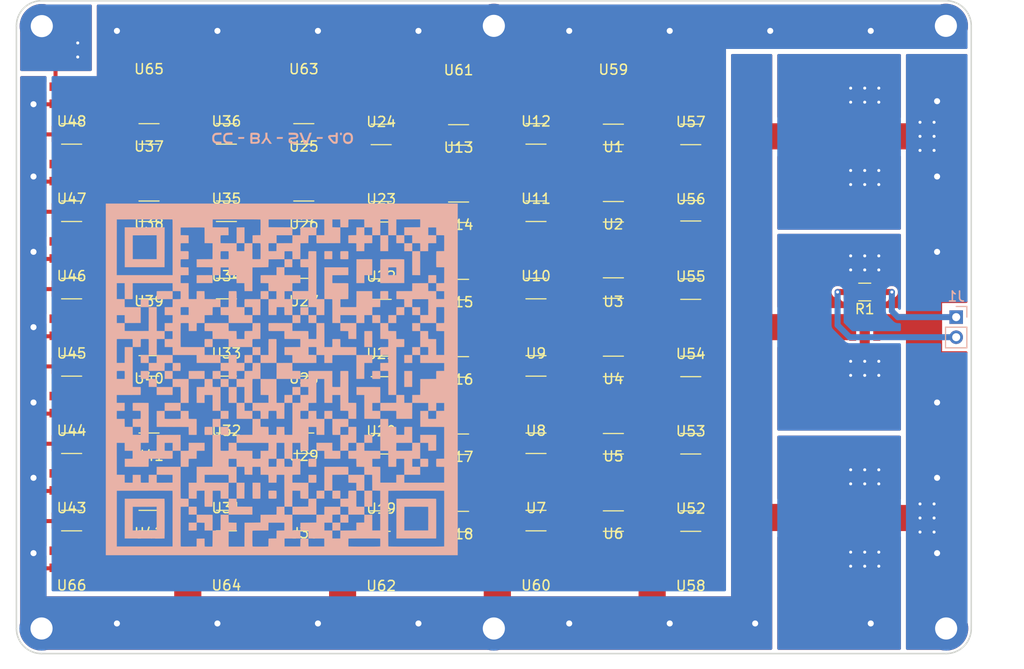
<source format=kicad_pcb>
(kicad_pcb (version 4) (host pcbnew 4.0.7)
  (layers (0 F.Cu signal) (31 B.Cu signal) (34 B.Paste user) (35 F.Paste user) (36 B.SilkS user) (37 F.SilkS user) (38 B.Mask user) (39 F.Mask user) (44 Edge.Cuts user))
  (net 0 "")
  (net 1 VCC)
  (net 2 GND)
  (net 3 "Net-(U1-Pad3)")
  (net 4 "Net-(U2-Pad3)")
  (net 5 "Net-(U3-Pad3)")
  (net 6 "Net-(U4-Pad3)")
  (net 7 "Net-(U5-Pad3)")
  (net 8 "Net-(U6-Pad3)")
  (net 9 "Net-(U7-Pad3)")
  (net 10 "Net-(U8-Pad3)")
  (net 11 "Net-(U10-Pad1)")
  (net 12 "Net-(U10-Pad3)")
  (net 13 "Net-(U11-Pad3)")
  (net 14 "Net-(U12-Pad3)")
  (net 15 "Net-(U13-Pad3)")
  (net 16 "Net-(U14-Pad3)")
  (net 17 "Net-(U15-Pad3)")
  (net 18 "Net-(U16-Pad3)")
  (net 19 "Net-(U17-Pad3)")
  (net 20 "Net-(U18-Pad3)")
  (net 21 "Net-(U19-Pad3)")
  (net 22 "Net-(U20-Pad3)")
  (net 23 "Net-(U21-Pad3)")
  (net 24 "Net-(U22-Pad3)")
  (net 25 "Net-(U23-Pad3)")
  (net 26 "Net-(U24-Pad3)")
  (net 27 "Net-(U25-Pad3)")
  (net 28 "Net-(U26-Pad3)")
  (net 29 "Net-(U27-Pad3)")
  (net 30 "Net-(U28-Pad3)")
  (net 31 "Net-(U29-Pad3)")
  (net 32 "Net-(U30-Pad3)")
  (net 33 "Net-(U31-Pad3)")
  (net 34 "Net-(U32-Pad3)")
  (net 35 "Net-(U33-Pad3)")
  (net 36 "Net-(U34-Pad3)")
  (net 37 "Net-(U35-Pad3)")
  (net 38 "Net-(U36-Pad3)")
  (net 39 "Net-(U37-Pad3)")
  (net 40 "Net-(U38-Pad3)")
  (net 41 "Net-(U39-Pad3)")
  (net 42 "Net-(U40-Pad3)")
  (net 43 "Net-(U41-Pad3)")
  (net 44 "Net-(U42-Pad3)")
  (net 45 "Net-(U43-Pad3)")
  (net 46 "Net-(U44-Pad3)")
  (net 47 "Net-(U45-Pad3)")
  (net 48 "Net-(U46-Pad3)")
  (net 49 "Net-(U47-Pad3)")
  (net 50 PWM_1)
  (net 51 "Net-(U1-Pad1)")
  (net 52 "Net-(U52-Pad3)")
  (net 53 "Net-(U53-Pad3)")
  (net 54 "Net-(U54-Pad3)")
  (net 55 "Net-(U55-Pad3)")
  (net 56 "Net-(U56-Pad3)")
  (net 57 OC1A)
  (net 58 "Net-(U60-Pad3)")
  (net 59 "Net-(U13-Pad1)")
  (net 60 "Net-(U19-Pad1)")
  (net 61 "Net-(U25-Pad1)")
  (net 62 "Net-(U31-Pad1)")
  (net 63 "Net-(U37-Pad1)")
  (net 64 "Net-(U43-Pad1)")
  (net 65 "Net-(U52-Pad1)")
  (net 66 "Net-(U57-Pad3)")
  (net 67 "Net-(J1-Pad1)")
  (net 68 "Net-(J1-Pad2)")
  (net 69 "Net-(D1-Pad3)")
  (net 70 "Net-(D2-Pad3)")
  (net 71 "Net-(D3-Pad3)")
  (module Resistors_SMD:R_0805_HandSoldering (layer F.Cu) (at 149.1 57.1 180)
    (fp_text reference R1 (at 0 -1.7 180) (layer F.SilkS))
    (fp_text value "10KΩ NTC")
    (pad 1 smd rect (at -1.35 0 180) (size 1.5 1.3) (layers F.Cu F.Paste F.Mask) (net 67 "Net-(J1-Pad1)"))
    (pad 2 smd rect (at 1.35 0 180) (size 1.5 1.3) (layers F.Cu F.Paste F.Mask) (net 68 "Net-(J1-Pad2)"))
  )
  (module Capacitors_SMD:C_1206 (layer F.Cu) (at 100.991858 64.508092)
    (fp_text reference C10 hide)
    (fp_text value 100nF)
    (pad 1 smd rect (at -1.5 0) (size 1 1.6) (layers F.Cu F.Paste F.Mask) (net 1 VCC))
    (pad 2 smd rect (at 1.5 0) (size 1 1.6) (layers F.Cu F.Paste F.Mask) (net 2 GND))
  )
  (module Capacitors_SMD:C_1206 (layer F.Cu) (at 93.291858 64.458092 180)
    (fp_text reference C1 hide)
    (fp_text value 100nF)
    (pad 1 smd rect (at -1.5 0 180) (size 1 1.6) (layers F.Cu F.Paste F.Mask) (net 1 VCC))
    (pad 2 smd rect (at 1.5 0 180) (size 1 1.6) (layers F.Cu F.Paste F.Mask) (net 2 GND))
  )
  (module Capacitors_SMD:C_1206 (layer F.Cu) (at 85.591858 41.358092)
    (fp_text reference C2 hide)
    (fp_text value 100nF)
    (pad 1 smd rect (at -1.5 0) (size 1 1.6) (layers F.Cu F.Paste F.Mask) (net 1 VCC))
    (pad 2 smd rect (at 1.5 0) (size 1 1.6) (layers F.Cu F.Paste F.Mask) (net 2 GND))
  )
  (module Capacitors_SMD:C_1206 (layer F.Cu) (at 100.991858 72.208092)
    (fp_text reference C3 hide)
    (fp_text value 100nF)
    (pad 1 smd rect (at -1.5 0) (size 1 1.6) (layers F.Cu F.Paste F.Mask) (net 1 VCC))
    (pad 2 smd rect (at 1.5 0) (size 1 1.6) (layers F.Cu F.Paste F.Mask) (net 2 GND))
  )
  (module Capacitors_SMD:C_1206 (layer F.Cu) (at 85.591858 64.458092)
    (fp_text reference C4 hide)
    (fp_text value 100nF)
    (pad 1 smd rect (at -1.5 0) (size 1 1.6) (layers F.Cu F.Paste F.Mask) (net 1 VCC))
    (pad 2 smd rect (at 1.5 0) (size 1 1.6) (layers F.Cu F.Paste F.Mask) (net 2 GND))
  )
  (module Capacitors_SMD:C_1206 (layer F.Cu) (at 85.591858 56.758092)
    (fp_text reference C5 hide)
    (fp_text value 100nF)
    (pad 1 smd rect (at -1.5 0) (size 1 1.6) (layers F.Cu F.Paste F.Mask) (net 1 VCC))
    (pad 2 smd rect (at 1.5 0) (size 1 1.6) (layers F.Cu F.Paste F.Mask) (net 2 GND))
  )
  (module Capacitors_SMD:C_1206 (layer F.Cu) (at 77.891858 72.158092 180)
    (fp_text reference C7 hide)
    (fp_text value 100nF)
    (pad 1 smd rect (at -1.5 0 180) (size 1 1.6) (layers F.Cu F.Paste F.Mask) (net 1 VCC))
    (pad 2 smd rect (at 1.5 0 180) (size 1 1.6) (layers F.Cu F.Paste F.Mask) (net 2 GND))
  )
  (module Capacitors_SMD:C_1206 (layer F.Cu) (at 77.891858 56.758092 180)
    (fp_text reference C8 hide)
    (fp_text value 100nF)
    (pad 1 smd rect (at -1.5 0 180) (size 1 1.6) (layers F.Cu F.Paste F.Mask) (net 1 VCC))
    (pad 2 smd rect (at 1.5 0 180) (size 1 1.6) (layers F.Cu F.Paste F.Mask) (net 2 GND))
  )
  (module Capacitors_SMD:C_1206 (layer F.Cu) (at 77.891858 64.458092 180)
    (fp_text reference C9 hide)
    (fp_text value 100nF)
    (pad 1 smd rect (at -1.5 0 180) (size 1 1.6) (layers F.Cu F.Paste F.Mask) (net 1 VCC))
    (pad 2 smd rect (at 1.5 0 180) (size 1 1.6) (layers F.Cu F.Paste F.Mask) (net 2 GND))
  )
  (module Capacitors_SMD:C_1206 (layer F.Cu) (at 85.591858 49.058092)
    (fp_text reference C11 hide)
    (fp_text value 100nF)
    (pad 1 smd rect (at -1.5 0) (size 1 1.6) (layers F.Cu F.Paste F.Mask) (net 1 VCC))
    (pad 2 smd rect (at 1.5 0) (size 1 1.6) (layers F.Cu F.Paste F.Mask) (net 2 GND))
  )
  (module Capacitors_SMD:C_1206 (layer F.Cu) (at 108.691858 64.558092 180)
    (fp_text reference C13 hide)
    (fp_text value 100nF)
    (pad 1 smd rect (at -1.5 0 180) (size 1 1.6) (layers F.Cu F.Paste F.Mask) (net 1 VCC))
    (pad 2 smd rect (at 1.5 0 180) (size 1 1.6) (layers F.Cu F.Paste F.Mask) (net 2 GND))
  )
  (module Capacitors_SMD:C_1206 (layer F.Cu) (at 70.191858 41.358092)
    (fp_text reference C14 hide)
    (fp_text value 100nF)
    (pad 1 smd rect (at -1.5 0) (size 1 1.6) (layers F.Cu F.Paste F.Mask) (net 1 VCC))
    (pad 2 smd rect (at 1.5 0) (size 1 1.6) (layers F.Cu F.Paste F.Mask) (net 2 GND))
  )
  (module Capacitors_SMD:C_1206 (layer F.Cu) (at 108.691858 56.858092 180)
    (fp_text reference C15 hide)
    (fp_text value 100nF)
    (pad 1 smd rect (at -1.5 0 180) (size 1 1.6) (layers F.Cu F.Paste F.Mask) (net 1 VCC))
    (pad 2 smd rect (at 1.5 0 180) (size 1 1.6) (layers F.Cu F.Paste F.Mask) (net 2 GND))
  )
  (module Capacitors_SMD:C_1206 (layer F.Cu) (at 77.891858 79.858092 180)
    (fp_text reference C16 hide)
    (fp_text value 100nF)
    (pad 1 smd rect (at -1.5 0 180) (size 1 1.6) (layers F.Cu F.Paste F.Mask) (net 1 VCC))
    (pad 2 smd rect (at 1.5 0 180) (size 1 1.6) (layers F.Cu F.Paste F.Mask) (net 2 GND))
  )
  (module Capacitors_SMD:C_1206 (layer F.Cu) (at 85.591858 72.158092)
    (fp_text reference C17 hide)
    (fp_text value 100nF)
    (pad 1 smd rect (at -1.5 0) (size 1 1.6) (layers F.Cu F.Paste F.Mask) (net 1 VCC))
    (pad 2 smd rect (at 1.5 0) (size 1 1.6) (layers F.Cu F.Paste F.Mask) (net 2 GND))
  )
  (module Capacitors_SMD:C_1206 (layer F.Cu) (at 93.291858 49.058092 180)
    (fp_text reference C19 hide)
    (fp_text value 100nF)
    (pad 1 smd rect (at -1.5 0 180) (size 1 1.6) (layers F.Cu F.Paste F.Mask) (net 1 VCC))
    (pad 2 smd rect (at 1.5 0 180) (size 1 1.6) (layers F.Cu F.Paste F.Mask) (net 2 GND))
  )
  (module Capacitors_SMD:C_1206 (layer F.Cu) (at 100.991858 41.408092)
    (fp_text reference C20 hide)
    (fp_text value 100nF)
    (pad 1 smd rect (at -1.5 0) (size 1 1.6) (layers F.Cu F.Paste F.Mask) (net 1 VCC))
    (pad 2 smd rect (at 1.5 0) (size 1 1.6) (layers F.Cu F.Paste F.Mask) (net 2 GND))
  )
  (module Capacitors_SMD:C_1206 (layer F.Cu) (at 70.191858 72.158092)
    (fp_text reference C21 hide)
    (fp_text value 100nF)
    (pad 1 smd rect (at -1.5 0) (size 1 1.6) (layers F.Cu F.Paste F.Mask) (net 1 VCC))
    (pad 2 smd rect (at 1.5 0) (size 1 1.6) (layers F.Cu F.Paste F.Mask) (net 2 GND))
  )
  (module Capacitors_SMD:C_1206 (layer F.Cu) (at 77.891858 49.058092 180)
    (fp_text reference C22 hide)
    (fp_text value 100nF)
    (pad 1 smd rect (at -1.5 0 180) (size 1 1.6) (layers F.Cu F.Paste F.Mask) (net 1 VCC))
    (pad 2 smd rect (at 1.5 0 180) (size 1 1.6) (layers F.Cu F.Paste F.Mask) (net 2 GND))
  )
  (module Capacitors_SMD:C_1206 (layer F.Cu) (at 70.191858 56.758092)
    (fp_text reference C23 hide)
    (fp_text value 100nF)
    (pad 1 smd rect (at -1.5 0) (size 1 1.6) (layers F.Cu F.Paste F.Mask) (net 1 VCC))
    (pad 2 smd rect (at 1.5 0) (size 1 1.6) (layers F.Cu F.Paste F.Mask) (net 2 GND))
  )
  (module Capacitors_SMD:C_1206 (layer F.Cu) (at 108.691858 72.258092 180)
    (fp_text reference C25 hide)
    (fp_text value 100nF)
    (pad 1 smd rect (at -1.5 0 180) (size 1 1.6) (layers F.Cu F.Paste F.Mask) (net 1 VCC))
    (pad 2 smd rect (at 1.5 0 180) (size 1 1.6) (layers F.Cu F.Paste F.Mask) (net 2 GND))
  )
  (module Capacitors_SMD:C_1206 (layer F.Cu) (at 70.191858 64.458092)
    (fp_text reference C26 hide)
    (fp_text value 100nF)
    (pad 1 smd rect (at -1.5 0) (size 1 1.6) (layers F.Cu F.Paste F.Mask) (net 1 VCC))
    (pad 2 smd rect (at 1.5 0) (size 1 1.6) (layers F.Cu F.Paste F.Mask) (net 2 GND))
  )
  (module Capacitors_SMD:C_1206 (layer F.Cu) (at 124.091858 56.708092 180)
    (fp_text reference C27 hide)
    (fp_text value 100nF)
    (pad 1 smd rect (at -1.5 0 180) (size 1 1.6) (layers F.Cu F.Paste F.Mask) (net 1 VCC))
    (pad 2 smd rect (at 1.5 0 180) (size 1 1.6) (layers F.Cu F.Paste F.Mask) (net 2 GND))
  )
  (module Capacitors_SMD:C_1206 (layer F.Cu) (at 93.291858 72.158092 180)
    (fp_text reference C28 hide)
    (fp_text value 100nF)
    (pad 1 smd rect (at -1.5 0 180) (size 1 1.6) (layers F.Cu F.Paste F.Mask) (net 1 VCC))
    (pad 2 smd rect (at 1.5 0 180) (size 1 1.6) (layers F.Cu F.Paste F.Mask) (net 2 GND))
  )
  (module Capacitors_SMD:C_1206 (layer F.Cu) (at 116.391858 41.358092)
    (fp_text reference C29 hide)
    (fp_text value 100nF)
    (pad 1 smd rect (at -1.5 0) (size 1 1.6) (layers F.Cu F.Paste F.Mask) (net 1 VCC))
    (pad 2 smd rect (at 1.5 0) (size 1 1.6) (layers F.Cu F.Paste F.Mask) (net 2 GND))
  )
  (module Capacitors_SMD:C_1206 (layer F.Cu) (at 93.291858 56.758092 180)
    (fp_text reference C31 hide)
    (fp_text value 100nF)
    (pad 1 smd rect (at -1.5 0 180) (size 1 1.6) (layers F.Cu F.Paste F.Mask) (net 1 VCC))
    (pad 2 smd rect (at 1.5 0 180) (size 1 1.6) (layers F.Cu F.Paste F.Mask) (net 2 GND))
  )
  (module Capacitors_SMD:C_1206 (layer F.Cu) (at 100.991858 49.108092)
    (fp_text reference C32 hide)
    (fp_text value 100nF)
    (pad 1 smd rect (at -1.5 0) (size 1 1.6) (layers F.Cu F.Paste F.Mask) (net 1 VCC))
    (pad 2 smd rect (at 1.5 0) (size 1 1.6) (layers F.Cu F.Paste F.Mask) (net 2 GND))
  )
  (module Capacitors_SMD:C_1206 (layer F.Cu) (at 116.391858 49.058092)
    (fp_text reference C33 hide)
    (fp_text value 100nF)
    (pad 1 smd rect (at -1.5 0) (size 1 1.6) (layers F.Cu F.Paste F.Mask) (net 1 VCC))
    (pad 2 smd rect (at 1.5 0) (size 1 1.6) (layers F.Cu F.Paste F.Mask) (net 2 GND))
  )
  (module Capacitors_SMD:C_1206 (layer F.Cu) (at 100.991858 56.808092)
    (fp_text reference C34 hide)
    (fp_text value 100nF)
    (pad 1 smd rect (at -1.5 0) (size 1 1.6) (layers F.Cu F.Paste F.Mask) (net 1 VCC))
    (pad 2 smd rect (at 1.5 0) (size 1 1.6) (layers F.Cu F.Paste F.Mask) (net 2 GND))
  )
  (module Capacitors_SMD:C_1206 (layer F.Cu) (at 70.191858 49.058092)
    (fp_text reference C35 hide)
    (fp_text value 100nF)
    (pad 1 smd rect (at -1.5 0) (size 1 1.6) (layers F.Cu F.Paste F.Mask) (net 1 VCC))
    (pad 2 smd rect (at 1.5 0) (size 1 1.6) (layers F.Cu F.Paste F.Mask) (net 2 GND))
  )
  (module Capacitors_SMD:C_1206 (layer F.Cu) (at 116.391858 56.758092)
    (fp_text reference C37 hide)
    (fp_text value 100nF)
    (pad 1 smd rect (at -1.5 0) (size 1 1.6) (layers F.Cu F.Paste F.Mask) (net 1 VCC))
    (pad 2 smd rect (at 1.5 0) (size 1 1.6) (layers F.Cu F.Paste F.Mask) (net 2 GND))
  )
  (module Capacitors_SMD:C_1206 (layer F.Cu) (at 124.091858 64.508092 180)
    (fp_text reference C38 hide)
    (fp_text value 100nF)
    (pad 1 smd rect (at -1.5 0 180) (size 1 1.6) (layers F.Cu F.Paste F.Mask) (net 1 VCC))
    (pad 2 smd rect (at 1.5 0 180) (size 1 1.6) (layers F.Cu F.Paste F.Mask) (net 2 GND))
  )
  (module Capacitors_SMD:C_1206 (layer F.Cu) (at 108.691858 79.958092 180)
    (fp_text reference C39 hide)
    (fp_text value 100nF)
    (pad 1 smd rect (at -1.5 0 180) (size 1 1.6) (layers F.Cu F.Paste F.Mask) (net 1 VCC))
    (pad 2 smd rect (at 1.5 0 180) (size 1 1.6) (layers F.Cu F.Paste F.Mask) (net 2 GND))
  )
  (module Capacitors_SMD:C_1206 (layer F.Cu) (at 124.091858 49.108092 180)
    (fp_text reference C40 hide)
    (fp_text value 100nF)
    (pad 1 smd rect (at -1.5 0 180) (size 1 1.6) (layers F.Cu F.Paste F.Mask) (net 1 VCC))
    (pad 2 smd rect (at 1.5 0 180) (size 1 1.6) (layers F.Cu F.Paste F.Mask) (net 2 GND))
  )
  (module Capacitors_SMD:C_1206 (layer F.Cu) (at 93.291858 79.858092 180)
    (fp_text reference C41 hide)
    (fp_text value 100nF)
    (pad 1 smd rect (at -1.5 0 180) (size 1 1.6) (layers F.Cu F.Paste F.Mask) (net 1 VCC))
    (pad 2 smd rect (at 1.5 0 180) (size 1 1.6) (layers F.Cu F.Paste F.Mask) (net 2 GND))
  )
  (module Capacitors_SMD:C_1206 (layer F.Cu) (at 116.391858 64.458092)
    (fp_text reference C43 hide)
    (fp_text value 100nF)
    (pad 1 smd rect (at -1.5 0) (size 1 1.6) (layers F.Cu F.Paste F.Mask) (net 1 VCC))
    (pad 2 smd rect (at 1.5 0) (size 1 1.6) (layers F.Cu F.Paste F.Mask) (net 2 GND))
  )
  (module Capacitors_SMD:C_1206 (layer F.Cu) (at 116.391858 72.158092)
    (fp_text reference C44 hide)
    (fp_text value 100nF)
    (pad 1 smd rect (at -1.5 0) (size 1 1.6) (layers F.Cu F.Paste F.Mask) (net 1 VCC))
    (pad 2 smd rect (at 1.5 0) (size 1 1.6) (layers F.Cu F.Paste F.Mask) (net 2 GND))
  )
  (module Capacitors_SMD:C_1206 (layer F.Cu) (at 124.091858 72.208092 180)
    (fp_text reference C45 hide)
    (fp_text value 100nF)
    (pad 1 smd rect (at -1.5 0 180) (size 1 1.6) (layers F.Cu F.Paste F.Mask) (net 1 VCC))
    (pad 2 smd rect (at 1.5 0 180) (size 1 1.6) (layers F.Cu F.Paste F.Mask) (net 2 GND))
  )
  (module Capacitors_SMD:C_1206 (layer F.Cu) (at 108.691858 49.158092 180)
    (fp_text reference C46 hide)
    (fp_text value 100nF)
    (pad 1 smd rect (at -1.5 0 180) (size 1 1.6) (layers F.Cu F.Paste F.Mask) (net 1 VCC))
    (pad 2 smd rect (at 1.5 0 180) (size 1 1.6) (layers F.Cu F.Paste F.Mask) (net 2 GND))
  )
  (module Capacitors_SMD:C_1206 (layer F.Cu) (at 124.091858 79.908092 180)
    (fp_text reference C47 hide)
    (fp_text value 100nF)
    (pad 1 smd rect (at -1.5 0 180) (size 1 1.6) (layers F.Cu F.Paste F.Mask) (net 1 VCC))
    (pad 2 smd rect (at 1.5 0 180) (size 1 1.6) (layers F.Cu F.Paste F.Mask) (net 2 GND))
  )
  (module Capacitors_SMD:C_1206 (layer F.Cu) (at 131.791858 41.408092)
    (fp_text reference C24 hide)
    (fp_text value 100nF)
    (pad 1 smd rect (at -1.5 0) (size 1 1.6) (layers F.Cu F.Paste F.Mask) (net 1 VCC))
    (pad 2 smd rect (at 1.5 0) (size 1 1.6) (layers F.Cu F.Paste F.Mask) (net 2 GND))
  )
  (module Capacitors_SMD:C_1206 (layer F.Cu) (at 131.791858 49.008092)
    (fp_text reference C30 hide)
    (fp_text value 100nF)
    (pad 1 smd rect (at -1.5 0) (size 1 1.6) (layers F.Cu F.Paste F.Mask) (net 1 VCC))
    (pad 2 smd rect (at 1.5 0) (size 1 1.6) (layers F.Cu F.Paste F.Mask) (net 2 GND))
  )
  (module Capacitors_SMD:C_1206 (layer F.Cu) (at 131.791858 56.808092)
    (fp_text reference C36 hide)
    (fp_text value 100nF)
    (pad 1 smd rect (at -1.5 0) (size 1 1.6) (layers F.Cu F.Paste F.Mask) (net 1 VCC))
    (pad 2 smd rect (at 1.5 0) (size 1 1.6) (layers F.Cu F.Paste F.Mask) (net 2 GND))
  )
  (module Capacitors_SMD:C_1206 (layer F.Cu) (at 131.791858 64.508092)
    (fp_text reference C42 hide)
    (fp_text value 100nF)
    (pad 1 smd rect (at -1.5 0) (size 1 1.6) (layers F.Cu F.Paste F.Mask) (net 1 VCC))
    (pad 2 smd rect (at 1.5 0) (size 1 1.6) (layers F.Cu F.Paste F.Mask) (net 2 GND))
  )
  (module Capacitors_SMD:C_1206 (layer F.Cu) (at 131.791858 72.208092)
    (fp_text reference C48 hide)
    (fp_text value 100nF)
    (pad 1 smd rect (at -1.5 0) (size 1 1.6) (layers F.Cu F.Paste F.Mask) (net 1 VCC))
    (pad 2 smd rect (at 1.5 0) (size 1 1.6) (layers F.Cu F.Paste F.Mask) (net 2 GND))
  )
  (module Capacitors_SMD:C_1206 (layer F.Cu) (at 77.891858 41.358092 180)
    (fp_text reference C49 hide)
    (fp_text value 100nF)
    (pad 1 smd rect (at -1.5 0 180) (size 1 1.6) (layers F.Cu F.Paste F.Mask) (net 1 VCC))
    (pad 2 smd rect (at 1.5 0 180) (size 1 1.6) (layers F.Cu F.Paste F.Mask) (net 2 GND))
  )
  (module Capacitors_SMD:C_1206 (layer F.Cu) (at 93.291858 41.358092 180)
    (fp_text reference C50 hide)
    (fp_text value 100nF)
    (pad 1 smd rect (at -1.5 0 180) (size 1 1.6) (layers F.Cu F.Paste F.Mask) (net 1 VCC))
    (pad 2 smd rect (at 1.5 0 180) (size 1 1.6) (layers F.Cu F.Paste F.Mask) (net 2 GND))
  )
  (module Capacitors_SMD:C_1206 (layer F.Cu) (at 108.691858 41.458092 180)
    (fp_text reference C51 hide)
    (fp_text value 100nF)
    (pad 1 smd rect (at -1.5 0 180) (size 1 1.6) (layers F.Cu F.Paste F.Mask) (net 1 VCC))
    (pad 2 smd rect (at 1.5 0 180) (size 1 1.6) (layers F.Cu F.Paste F.Mask) (net 2 GND))
  )
  (module Capacitors_SMD:C_1206 (layer F.Cu) (at 124.091858 41.408092 180)
    (fp_text reference C52 hide)
    (fp_text value 100nF)
    (pad 1 smd rect (at -1.5 0 180) (size 1 1.6) (layers F.Cu F.Paste F.Mask) (net 1 VCC))
    (pad 2 smd rect (at 1.5 0 180) (size 1 1.6) (layers F.Cu F.Paste F.Mask) (net 2 GND))
  )
  (module Capacitors_SMD:C_1206 (layer F.Cu) (at 131.791858 79.908092)
    (fp_text reference C53 hide)
    (fp_text value 100nF)
    (pad 1 smd rect (at -1.5 0) (size 1 1.6) (layers F.Cu F.Paste F.Mask) (net 1 VCC))
    (pad 2 smd rect (at 1.5 0) (size 1 1.6) (layers F.Cu F.Paste F.Mask) (net 2 GND))
  )
  (module Capacitors_SMD:C_1206 (layer F.Cu) (at 116.391858 79.858092)
    (fp_text reference C54 hide)
    (fp_text value 100nF)
    (pad 1 smd rect (at -1.5 0) (size 1 1.6) (layers F.Cu F.Paste F.Mask) (net 1 VCC))
    (pad 2 smd rect (at 1.5 0) (size 1 1.6) (layers F.Cu F.Paste F.Mask) (net 2 GND))
  )
  (module Capacitors_SMD:C_1206 (layer F.Cu) (at 100.891858 79.908092)
    (fp_text reference C55 hide)
    (fp_text value 100nF)
    (pad 1 smd rect (at -1.5 0) (size 1 1.6) (layers F.Cu F.Paste F.Mask) (net 1 VCC))
    (pad 2 smd rect (at 1.5 0) (size 1 1.6) (layers F.Cu F.Paste F.Mask) (net 2 GND))
  )
  (module Capacitors_SMD:C_1206 (layer F.Cu) (at 85.591858 79.858092)
    (fp_text reference C56 hide)
    (fp_text value 100nF)
    (pad 1 smd rect (at -1.5 0) (size 1 1.6) (layers F.Cu F.Paste F.Mask) (net 1 VCC))
    (pad 2 smd rect (at 1.5 0) (size 1 1.6) (layers F.Cu F.Paste F.Mask) (net 2 GND))
  )
  (module Capacitors_SMD:C_1206 (layer F.Cu) (at 70.191858 79.858092)
    (fp_text reference C57 hide)
    (fp_text value 100nF)
    (pad 1 smd rect (at -1.5 0) (size 1 1.6) (layers F.Cu F.Paste F.Mask) (net 1 VCC))
    (pad 2 smd rect (at 1.5 0) (size 1 1.6) (layers F.Cu F.Paste F.Mask) (net 2 GND))
  )
  (module Mounting_Holes:MountingHole_2.2mm_M2_Pad (layer F.Cu) (at 112.2 90.6)
    (fp_text reference MK1 hide)
    (fp_text value VCC)
    (pad 1 thru_hole circle (at 0 0) (size 4.4 4.4) (drill 2.2) (layers *.Cu *.Mask) (net 1 VCC))
  )
  (module Mounting_Holes:MountingHole_2.2mm_M2_Pad (layer F.Cu) (at 67.225 30.625)
    (fp_text reference MK2 hide)
    (fp_text value OC1A)
    (pad 1 thru_hole circle (at 0 0) (size 4.4 4.4) (drill 2.2) (layers *.Cu *.Mask) (net 57 OC1A))
  )
  (module Mounting_Holes:MountingHole_2.2mm_M2_Pad (layer F.Cu) (at 157.175 30.6)
    (fp_text reference MK3 hide)
    (fp_text value GND)
    (pad 1 thru_hole circle (at 0 0) (size 4.4 4.4) (drill 2.2) (layers *.Cu *.Mask) (net 2 GND))
  )
  (module Mounting_Holes:MountingHole_2.2mm_M2_Pad (layer F.Cu) (at 157.2 90.6)
    (fp_text reference MK4 hide)
    (fp_text value PWM_1)
    (pad 1 thru_hole circle (at 0 0) (size 4.4 4.4) (drill 2.2) (layers *.Cu *.Mask) (net 50 PWM_1))
  )
  (module Mounting_Holes:MountingHole_2.2mm_M2_Pad (layer F.Cu) (at 112.2 30.6)
    (fp_text reference MK5 hide)
    (fp_text value GND)
    (pad 1 thru_hole circle (at 0 0) (size 4.4 4.4) (drill 2.2) (layers *.Cu *.Mask) (net 2 GND))
  )
  (module Mounting_Holes:MountingHole_2.2mm_M2_Pad (layer F.Cu) (at 67.2 90.6)
    (fp_text reference MK6 hide)
    (fp_text value VCC_OPT)
    (pad 1 thru_hole circle (at 0 0) (size 4.4 4.4) (drill 2.2) (layers *.Cu *.Mask) (net 1 VCC))
  )
  (module lt_foots:LED_osram_oslon_ssl_powerled (layer F.Cu) (at 149.1 79.6 180)
    (fp_text reference D1 hide)
    (fp_text value LED_oslon_ssl80)
    (pad 1 smd rect (at -1.2 0 180) (size 0.7 2.7) (layers F.Cu F.Paste F.Mask) (net 50 PWM_1))
    (pad 3 smd rect (at 0 0 180) (size 1 2.7) (layers F.Cu F.Paste F.Mask) (net 69 "Net-(D1-Pad3)"))
    (pad 2 smd rect (at 1.2 0 180) (size 0.7 2.7) (layers F.Cu F.Paste F.Mask) (net 1 VCC))
  )
  (module lt_foots:LED_osram_oslon_ssl_powerled (layer F.Cu) (at 149.1 60.6 180)
    (fp_text reference D2 hide)
    (fp_text value LED_oslon_ssl80)
    (pad 1 smd rect (at -1.2 0 180) (size 0.7 2.7) (layers F.Cu F.Paste F.Mask) (net 50 PWM_1))
    (pad 3 smd rect (at 0 0 180) (size 1 2.7) (layers F.Cu F.Paste F.Mask) (net 70 "Net-(D2-Pad3)"))
    (pad 2 smd rect (at 1.2 0 180) (size 0.7 2.7) (layers F.Cu F.Paste F.Mask) (net 1 VCC))
  )
  (module lt_foots:LED_osram_oslon_ssl_powerled (layer F.Cu) (at 149.1 41.6 180)
    (fp_text reference D3 hide)
    (fp_text value LED_oslon_ssl80)
    (pad 1 smd rect (at -1.2 0 180) (size 0.7 2.7) (layers F.Cu F.Paste F.Mask) (net 50 PWM_1))
    (pad 3 smd rect (at 0 0 180) (size 1 2.7) (layers F.Cu F.Paste F.Mask) (net 71 "Net-(D3-Pad3)"))
    (pad 2 smd rect (at 1.2 0 180) (size 0.7 2.7) (layers F.Cu F.Paste F.Mask) (net 1 VCC))
  )
  (module lt_foots:SK6812_3535 (layer F.Cu) (at 124.091858 45.258092)
    (fp_text reference U1 (at 0 -2.6) (layer F.SilkS))
    (fp_text value RGB_ws2812_3535)
    (pad 4 smd rect (at 1.6 -0.85) (size 1.2 0.85) (layers F.Cu F.Paste F.Mask) (net 1 VCC))
    (pad 3 smd rect (at 1.6 0.85) (size 1.2 0.85) (layers F.Cu F.Paste F.Mask) (net 3 "Net-(U1-Pad3)"))
    (pad 2 smd rect (at -1.6 0.85) (size 1.2 0.85) (layers F.Cu F.Paste F.Mask) (net 2 GND))
    (pad 1 smd rect (at -1.6 -0.85) (size 1.2 0.85) (layers F.Cu F.Paste F.Mask) (net 51 "Net-(U1-Pad1)"))
  )
  (module lt_foots:SK6812_3535 (layer F.Cu) (at 124.091858 52.958092)
    (fp_text reference U2 (at 0 -2.6) (layer F.SilkS))
    (fp_text value RGB_ws2812_3535)
    (pad 4 smd rect (at 1.6 -0.85) (size 1.2 0.85) (layers F.Cu F.Paste F.Mask) (net 1 VCC))
    (pad 3 smd rect (at 1.6 0.85) (size 1.2 0.85) (layers F.Cu F.Paste F.Mask) (net 4 "Net-(U2-Pad3)"))
    (pad 2 smd rect (at -1.6 0.85) (size 1.2 0.85) (layers F.Cu F.Paste F.Mask) (net 2 GND))
    (pad 1 smd rect (at -1.6 -0.85) (size 1.2 0.85) (layers F.Cu F.Paste F.Mask) (net 3 "Net-(U1-Pad3)"))
  )
  (module lt_foots:SK6812_3535 (layer F.Cu) (at 124.091858 60.658092)
    (fp_text reference U3 (at 0 -2.6) (layer F.SilkS))
    (fp_text value RGB_ws2812_3535)
    (pad 4 smd rect (at 1.6 -0.85) (size 1.2 0.85) (layers F.Cu F.Paste F.Mask) (net 1 VCC))
    (pad 3 smd rect (at 1.6 0.85) (size 1.2 0.85) (layers F.Cu F.Paste F.Mask) (net 5 "Net-(U3-Pad3)"))
    (pad 2 smd rect (at -1.6 0.85) (size 1.2 0.85) (layers F.Cu F.Paste F.Mask) (net 2 GND))
    (pad 1 smd rect (at -1.6 -0.85) (size 1.2 0.85) (layers F.Cu F.Paste F.Mask) (net 4 "Net-(U2-Pad3)"))
  )
  (module lt_foots:SK6812_3535 (layer F.Cu) (at 124.091858 68.358092)
    (fp_text reference U4 (at 0 -2.6) (layer F.SilkS))
    (fp_text value RGB_ws2812_3535)
    (pad 4 smd rect (at 1.6 -0.85) (size 1.2 0.85) (layers F.Cu F.Paste F.Mask) (net 1 VCC))
    (pad 3 smd rect (at 1.6 0.85) (size 1.2 0.85) (layers F.Cu F.Paste F.Mask) (net 6 "Net-(U4-Pad3)"))
    (pad 2 smd rect (at -1.6 0.85) (size 1.2 0.85) (layers F.Cu F.Paste F.Mask) (net 2 GND))
    (pad 1 smd rect (at -1.6 -0.85) (size 1.2 0.85) (layers F.Cu F.Paste F.Mask) (net 5 "Net-(U3-Pad3)"))
  )
  (module lt_foots:SK6812_3535 (layer F.Cu) (at 124.091858 76.058092)
    (fp_text reference U5 (at 0 -2.6) (layer F.SilkS))
    (fp_text value RGB_ws2812_3535)
    (pad 4 smd rect (at 1.6 -0.85) (size 1.2 0.85) (layers F.Cu F.Paste F.Mask) (net 1 VCC))
    (pad 3 smd rect (at 1.6 0.85) (size 1.2 0.85) (layers F.Cu F.Paste F.Mask) (net 7 "Net-(U5-Pad3)"))
    (pad 2 smd rect (at -1.6 0.85) (size 1.2 0.85) (layers F.Cu F.Paste F.Mask) (net 2 GND))
    (pad 1 smd rect (at -1.6 -0.85) (size 1.2 0.85) (layers F.Cu F.Paste F.Mask) (net 6 "Net-(U4-Pad3)"))
  )
  (module lt_foots:SK6812_3535 (layer F.Cu) (at 124.091858 83.758092)
    (fp_text reference U6 (at 0 -2.6) (layer F.SilkS))
    (fp_text value RGB_ws2812_3535)
    (pad 4 smd rect (at 1.6 -0.85) (size 1.2 0.85) (layers F.Cu F.Paste F.Mask) (net 1 VCC))
    (pad 3 smd rect (at 1.6 0.85) (size 1.2 0.85) (layers F.Cu F.Paste F.Mask) (net 8 "Net-(U6-Pad3)"))
    (pad 2 smd rect (at -1.6 0.85) (size 1.2 0.85) (layers F.Cu F.Paste F.Mask) (net 2 GND))
    (pad 1 smd rect (at -1.6 -0.85) (size 1.2 0.85) (layers F.Cu F.Paste F.Mask) (net 7 "Net-(U5-Pad3)"))
  )
  (module lt_foots:SK6812_3535 (layer F.Cu) (at 116.391858 76.008092 180)
    (fp_text reference U7 (at 0 -2.6 180) (layer F.SilkS))
    (fp_text value RGB_ws2812_3535)
    (pad 4 smd rect (at 1.6 -0.85 180) (size 1.2 0.85) (layers F.Cu F.Paste F.Mask) (net 1 VCC))
    (pad 3 smd rect (at 1.6 0.85 180) (size 1.2 0.85) (layers F.Cu F.Paste F.Mask) (net 9 "Net-(U7-Pad3)"))
    (pad 2 smd rect (at -1.6 0.85 180) (size 1.2 0.85) (layers F.Cu F.Paste F.Mask) (net 2 GND))
    (pad 1 smd rect (at -1.6 -0.85 180) (size 1.2 0.85) (layers F.Cu F.Paste F.Mask) (net 58 "Net-(U60-Pad3)"))
  )
  (module lt_foots:SK6812_3535 (layer F.Cu) (at 116.391858 68.308092 180)
    (fp_text reference U8 (at 0 -2.6 180) (layer F.SilkS))
    (fp_text value RGB_ws2812_3535)
    (pad 4 smd rect (at 1.6 -0.85 180) (size 1.2 0.85) (layers F.Cu F.Paste F.Mask) (net 1 VCC))
    (pad 3 smd rect (at 1.6 0.85 180) (size 1.2 0.85) (layers F.Cu F.Paste F.Mask) (net 10 "Net-(U8-Pad3)"))
    (pad 2 smd rect (at -1.6 0.85 180) (size 1.2 0.85) (layers F.Cu F.Paste F.Mask) (net 2 GND))
    (pad 1 smd rect (at -1.6 -0.85 180) (size 1.2 0.85) (layers F.Cu F.Paste F.Mask) (net 9 "Net-(U7-Pad3)"))
  )
  (module lt_foots:SK6812_3535 (layer F.Cu) (at 116.391858 60.608092 180)
    (fp_text reference U9 (at 0 -2.6 180) (layer F.SilkS))
    (fp_text value RGB_ws2812_3535)
    (pad 4 smd rect (at 1.6 -0.85 180) (size 1.2 0.85) (layers F.Cu F.Paste F.Mask) (net 1 VCC))
    (pad 3 smd rect (at 1.6 0.85 180) (size 1.2 0.85) (layers F.Cu F.Paste F.Mask) (net 11 "Net-(U10-Pad1)"))
    (pad 2 smd rect (at -1.6 0.85 180) (size 1.2 0.85) (layers F.Cu F.Paste F.Mask) (net 2 GND))
    (pad 1 smd rect (at -1.6 -0.85 180) (size 1.2 0.85) (layers F.Cu F.Paste F.Mask) (net 10 "Net-(U8-Pad3)"))
  )
  (module lt_foots:SK6812_3535 (layer F.Cu) (at 116.391858 52.908092 180)
    (fp_text reference U10 (at 0 -2.6 180) (layer F.SilkS))
    (fp_text value RGB_ws2812_3535)
    (pad 4 smd rect (at 1.6 -0.85 180) (size 1.2 0.85) (layers F.Cu F.Paste F.Mask) (net 1 VCC))
    (pad 3 smd rect (at 1.6 0.85 180) (size 1.2 0.85) (layers F.Cu F.Paste F.Mask) (net 12 "Net-(U10-Pad3)"))
    (pad 2 smd rect (at -1.6 0.85 180) (size 1.2 0.85) (layers F.Cu F.Paste F.Mask) (net 2 GND))
    (pad 1 smd rect (at -1.6 -0.85 180) (size 1.2 0.85) (layers F.Cu F.Paste F.Mask) (net 11 "Net-(U10-Pad1)"))
  )
  (module lt_foots:SK6812_3535 (layer F.Cu) (at 116.391858 45.208092 180)
    (fp_text reference U11 (at 0 -2.6 180) (layer F.SilkS))
    (fp_text value RGB_ws2812_3535)
    (pad 4 smd rect (at 1.6 -0.85 180) (size 1.2 0.85) (layers F.Cu F.Paste F.Mask) (net 1 VCC))
    (pad 3 smd rect (at 1.6 0.85 180) (size 1.2 0.85) (layers F.Cu F.Paste F.Mask) (net 13 "Net-(U11-Pad3)"))
    (pad 2 smd rect (at -1.6 0.85 180) (size 1.2 0.85) (layers F.Cu F.Paste F.Mask) (net 2 GND))
    (pad 1 smd rect (at -1.6 -0.85 180) (size 1.2 0.85) (layers F.Cu F.Paste F.Mask) (net 12 "Net-(U10-Pad3)"))
  )
  (module lt_foots:SK6812_3535 (layer F.Cu) (at 116.391858 37.508092 180)
    (fp_text reference U12 (at 0 -2.6 180) (layer F.SilkS))
    (fp_text value RGB_ws2812_3535)
    (pad 4 smd rect (at 1.6 -0.85 180) (size 1.2 0.85) (layers F.Cu F.Paste F.Mask) (net 1 VCC))
    (pad 3 smd rect (at 1.6 0.85 180) (size 1.2 0.85) (layers F.Cu F.Paste F.Mask) (net 14 "Net-(U12-Pad3)"))
    (pad 2 smd rect (at -1.6 0.85 180) (size 1.2 0.85) (layers F.Cu F.Paste F.Mask) (net 2 GND))
    (pad 1 smd rect (at -1.6 -0.85 180) (size 1.2 0.85) (layers F.Cu F.Paste F.Mask) (net 13 "Net-(U11-Pad3)"))
  )
  (module lt_foots:SK6812_3535 (layer F.Cu) (at 108.691858 45.308092)
    (fp_text reference U13 (at 0 -2.6) (layer F.SilkS))
    (fp_text value RGB_ws2812_3535)
    (pad 4 smd rect (at 1.6 -0.85) (size 1.2 0.85) (layers F.Cu F.Paste F.Mask) (net 1 VCC))
    (pad 3 smd rect (at 1.6 0.85) (size 1.2 0.85) (layers F.Cu F.Paste F.Mask) (net 15 "Net-(U13-Pad3)"))
    (pad 2 smd rect (at -1.6 0.85) (size 1.2 0.85) (layers F.Cu F.Paste F.Mask) (net 2 GND))
    (pad 1 smd rect (at -1.6 -0.85) (size 1.2 0.85) (layers F.Cu F.Paste F.Mask) (net 59 "Net-(U13-Pad1)"))
  )
  (module lt_foots:SK6812_3535 (layer F.Cu) (at 108.691858 53.008092)
    (fp_text reference U14 (at 0 -2.6) (layer F.SilkS))
    (fp_text value RGB_ws2812_3535)
    (pad 4 smd rect (at 1.6 -0.85) (size 1.2 0.85) (layers F.Cu F.Paste F.Mask) (net 1 VCC))
    (pad 3 smd rect (at 1.6 0.85) (size 1.2 0.85) (layers F.Cu F.Paste F.Mask) (net 16 "Net-(U14-Pad3)"))
    (pad 2 smd rect (at -1.6 0.85) (size 1.2 0.85) (layers F.Cu F.Paste F.Mask) (net 2 GND))
    (pad 1 smd rect (at -1.6 -0.85) (size 1.2 0.85) (layers F.Cu F.Paste F.Mask) (net 15 "Net-(U13-Pad3)"))
  )
  (module lt_foots:SK6812_3535 (layer F.Cu) (at 108.691858 60.708092)
    (fp_text reference U15 (at 0 -2.6) (layer F.SilkS))
    (fp_text value RGB_ws2812_3535)
    (pad 4 smd rect (at 1.6 -0.85) (size 1.2 0.85) (layers F.Cu F.Paste F.Mask) (net 1 VCC))
    (pad 3 smd rect (at 1.6 0.85) (size 1.2 0.85) (layers F.Cu F.Paste F.Mask) (net 17 "Net-(U15-Pad3)"))
    (pad 2 smd rect (at -1.6 0.85) (size 1.2 0.85) (layers F.Cu F.Paste F.Mask) (net 2 GND))
    (pad 1 smd rect (at -1.6 -0.85) (size 1.2 0.85) (layers F.Cu F.Paste F.Mask) (net 16 "Net-(U14-Pad3)"))
  )
  (module lt_foots:SK6812_3535 (layer F.Cu) (at 108.691858 68.408092)
    (fp_text reference U16 (at 0 -2.6) (layer F.SilkS))
    (fp_text value RGB_ws2812_3535)
    (pad 4 smd rect (at 1.6 -0.85) (size 1.2 0.85) (layers F.Cu F.Paste F.Mask) (net 1 VCC))
    (pad 3 smd rect (at 1.6 0.85) (size 1.2 0.85) (layers F.Cu F.Paste F.Mask) (net 18 "Net-(U16-Pad3)"))
    (pad 2 smd rect (at -1.6 0.85) (size 1.2 0.85) (layers F.Cu F.Paste F.Mask) (net 2 GND))
    (pad 1 smd rect (at -1.6 -0.85) (size 1.2 0.85) (layers F.Cu F.Paste F.Mask) (net 17 "Net-(U15-Pad3)"))
  )
  (module lt_foots:SK6812_3535 (layer F.Cu) (at 108.691858 76.108092)
    (fp_text reference U17 (at 0 -2.6) (layer F.SilkS))
    (fp_text value RGB_ws2812_3535)
    (pad 4 smd rect (at 1.6 -0.85) (size 1.2 0.85) (layers F.Cu F.Paste F.Mask) (net 1 VCC))
    (pad 3 smd rect (at 1.6 0.85) (size 1.2 0.85) (layers F.Cu F.Paste F.Mask) (net 19 "Net-(U17-Pad3)"))
    (pad 2 smd rect (at -1.6 0.85) (size 1.2 0.85) (layers F.Cu F.Paste F.Mask) (net 2 GND))
    (pad 1 smd rect (at -1.6 -0.85) (size 1.2 0.85) (layers F.Cu F.Paste F.Mask) (net 18 "Net-(U16-Pad3)"))
  )
  (module lt_foots:SK6812_3535 (layer F.Cu) (at 108.691858 83.808092)
    (fp_text reference U18 (at 0 -2.6) (layer F.SilkS))
    (fp_text value RGB_ws2812_3535)
    (pad 4 smd rect (at 1.6 -0.85) (size 1.2 0.85) (layers F.Cu F.Paste F.Mask) (net 1 VCC))
    (pad 3 smd rect (at 1.6 0.85) (size 1.2 0.85) (layers F.Cu F.Paste F.Mask) (net 20 "Net-(U18-Pad3)"))
    (pad 2 smd rect (at -1.6 0.85) (size 1.2 0.85) (layers F.Cu F.Paste F.Mask) (net 2 GND))
    (pad 1 smd rect (at -1.6 -0.85) (size 1.2 0.85) (layers F.Cu F.Paste F.Mask) (net 19 "Net-(U17-Pad3)"))
  )
  (module lt_foots:SK6812_3535 (layer F.Cu) (at 100.991858 76.058092 180)
    (fp_text reference U19 (at 0 -2.6 180) (layer F.SilkS))
    (fp_text value RGB_ws2812_3535)
    (pad 4 smd rect (at 1.6 -0.85 180) (size 1.2 0.85) (layers F.Cu F.Paste F.Mask) (net 1 VCC))
    (pad 3 smd rect (at 1.6 0.85 180) (size 1.2 0.85) (layers F.Cu F.Paste F.Mask) (net 21 "Net-(U19-Pad3)"))
    (pad 2 smd rect (at -1.6 0.85 180) (size 1.2 0.85) (layers F.Cu F.Paste F.Mask) (net 2 GND))
    (pad 1 smd rect (at -1.6 -0.85 180) (size 1.2 0.85) (layers F.Cu F.Paste F.Mask) (net 60 "Net-(U19-Pad1)"))
  )
  (module lt_foots:SK6812_3535 (layer F.Cu) (at 100.991858 68.358092 180)
    (fp_text reference U20 (at 0 -2.6 180) (layer F.SilkS))
    (fp_text value RGB_ws2812_3535)
    (pad 4 smd rect (at 1.6 -0.85 180) (size 1.2 0.85) (layers F.Cu F.Paste F.Mask) (net 1 VCC))
    (pad 3 smd rect (at 1.6 0.85 180) (size 1.2 0.85) (layers F.Cu F.Paste F.Mask) (net 22 "Net-(U20-Pad3)"))
    (pad 2 smd rect (at -1.6 0.85 180) (size 1.2 0.85) (layers F.Cu F.Paste F.Mask) (net 2 GND))
    (pad 1 smd rect (at -1.6 -0.85 180) (size 1.2 0.85) (layers F.Cu F.Paste F.Mask) (net 21 "Net-(U19-Pad3)"))
  )
  (module lt_foots:SK6812_3535 (layer F.Cu) (at 100.991858 60.658092 180)
    (fp_text reference U21 (at 0 -2.6 180) (layer F.SilkS))
    (fp_text value RGB_ws2812_3535)
    (pad 4 smd rect (at 1.6 -0.85 180) (size 1.2 0.85) (layers F.Cu F.Paste F.Mask) (net 1 VCC))
    (pad 3 smd rect (at 1.6 0.85 180) (size 1.2 0.85) (layers F.Cu F.Paste F.Mask) (net 23 "Net-(U21-Pad3)"))
    (pad 2 smd rect (at -1.6 0.85 180) (size 1.2 0.85) (layers F.Cu F.Paste F.Mask) (net 2 GND))
    (pad 1 smd rect (at -1.6 -0.85 180) (size 1.2 0.85) (layers F.Cu F.Paste F.Mask) (net 22 "Net-(U20-Pad3)"))
  )
  (module lt_foots:SK6812_3535 (layer F.Cu) (at 100.991858 52.958092 180)
    (fp_text reference U22 (at 0 -2.6 180) (layer F.SilkS))
    (fp_text value RGB_ws2812_3535)
    (pad 4 smd rect (at 1.6 -0.85 180) (size 1.2 0.85) (layers F.Cu F.Paste F.Mask) (net 1 VCC))
    (pad 3 smd rect (at 1.6 0.85 180) (size 1.2 0.85) (layers F.Cu F.Paste F.Mask) (net 24 "Net-(U22-Pad3)"))
    (pad 2 smd rect (at -1.6 0.85 180) (size 1.2 0.85) (layers F.Cu F.Paste F.Mask) (net 2 GND))
    (pad 1 smd rect (at -1.6 -0.85 180) (size 1.2 0.85) (layers F.Cu F.Paste F.Mask) (net 23 "Net-(U21-Pad3)"))
  )
  (module lt_foots:SK6812_3535 (layer F.Cu) (at 100.991858 45.258092 180)
    (fp_text reference U23 (at 0 -2.6 180) (layer F.SilkS))
    (fp_text value RGB_ws2812_3535)
    (pad 4 smd rect (at 1.6 -0.85 180) (size 1.2 0.85) (layers F.Cu F.Paste F.Mask) (net 1 VCC))
    (pad 3 smd rect (at 1.6 0.85 180) (size 1.2 0.85) (layers F.Cu F.Paste F.Mask) (net 25 "Net-(U23-Pad3)"))
    (pad 2 smd rect (at -1.6 0.85 180) (size 1.2 0.85) (layers F.Cu F.Paste F.Mask) (net 2 GND))
    (pad 1 smd rect (at -1.6 -0.85 180) (size 1.2 0.85) (layers F.Cu F.Paste F.Mask) (net 24 "Net-(U22-Pad3)"))
  )
  (module lt_foots:SK6812_3535 (layer F.Cu) (at 100.991858 37.558092 180)
    (fp_text reference U24 (at 0 -2.6 180) (layer F.SilkS))
    (fp_text value RGB_ws2812_3535)
    (pad 4 smd rect (at 1.6 -0.85 180) (size 1.2 0.85) (layers F.Cu F.Paste F.Mask) (net 1 VCC))
    (pad 3 smd rect (at 1.6 0.85 180) (size 1.2 0.85) (layers F.Cu F.Paste F.Mask) (net 26 "Net-(U24-Pad3)"))
    (pad 2 smd rect (at -1.6 0.85 180) (size 1.2 0.85) (layers F.Cu F.Paste F.Mask) (net 2 GND))
    (pad 1 smd rect (at -1.6 -0.85 180) (size 1.2 0.85) (layers F.Cu F.Paste F.Mask) (net 25 "Net-(U23-Pad3)"))
  )
  (module lt_foots:SK6812_3535 (layer F.Cu) (at 93.291858 45.208092)
    (fp_text reference U25 (at 0 -2.6) (layer F.SilkS))
    (fp_text value RGB_ws2812_3535)
    (pad 4 smd rect (at 1.6 -0.85) (size 1.2 0.85) (layers F.Cu F.Paste F.Mask) (net 1 VCC))
    (pad 3 smd rect (at 1.6 0.85) (size 1.2 0.85) (layers F.Cu F.Paste F.Mask) (net 27 "Net-(U25-Pad3)"))
    (pad 2 smd rect (at -1.6 0.85) (size 1.2 0.85) (layers F.Cu F.Paste F.Mask) (net 2 GND))
    (pad 1 smd rect (at -1.6 -0.85) (size 1.2 0.85) (layers F.Cu F.Paste F.Mask) (net 61 "Net-(U25-Pad1)"))
  )
  (module lt_foots:SK6812_3535 (layer F.Cu) (at 93.291858 52.908092)
    (fp_text reference U26 (at 0 -2.6) (layer F.SilkS))
    (fp_text value RGB_ws2812_3535)
    (pad 4 smd rect (at 1.6 -0.85) (size 1.2 0.85) (layers F.Cu F.Paste F.Mask) (net 1 VCC))
    (pad 3 smd rect (at 1.6 0.85) (size 1.2 0.85) (layers F.Cu F.Paste F.Mask) (net 28 "Net-(U26-Pad3)"))
    (pad 2 smd rect (at -1.6 0.85) (size 1.2 0.85) (layers F.Cu F.Paste F.Mask) (net 2 GND))
    (pad 1 smd rect (at -1.6 -0.85) (size 1.2 0.85) (layers F.Cu F.Paste F.Mask) (net 27 "Net-(U25-Pad3)"))
  )
  (module lt_foots:SK6812_3535 (layer F.Cu) (at 93.291858 60.608092)
    (fp_text reference U27 (at 0 -2.6) (layer F.SilkS))
    (fp_text value RGB_ws2812_3535)
    (pad 4 smd rect (at 1.6 -0.85) (size 1.2 0.85) (layers F.Cu F.Paste F.Mask) (net 1 VCC))
    (pad 3 smd rect (at 1.6 0.85) (size 1.2 0.85) (layers F.Cu F.Paste F.Mask) (net 29 "Net-(U27-Pad3)"))
    (pad 2 smd rect (at -1.6 0.85) (size 1.2 0.85) (layers F.Cu F.Paste F.Mask) (net 2 GND))
    (pad 1 smd rect (at -1.6 -0.85) (size 1.2 0.85) (layers F.Cu F.Paste F.Mask) (net 28 "Net-(U26-Pad3)"))
  )
  (module lt_foots:SK6812_3535 (layer F.Cu) (at 93.291858 68.308092)
    (fp_text reference U28 (at 0 -2.6) (layer F.SilkS))
    (fp_text value RGB_ws2812_3535)
    (pad 4 smd rect (at 1.6 -0.85) (size 1.2 0.85) (layers F.Cu F.Paste F.Mask) (net 1 VCC))
    (pad 3 smd rect (at 1.6 0.85) (size 1.2 0.85) (layers F.Cu F.Paste F.Mask) (net 30 "Net-(U28-Pad3)"))
    (pad 2 smd rect (at -1.6 0.85) (size 1.2 0.85) (layers F.Cu F.Paste F.Mask) (net 2 GND))
    (pad 1 smd rect (at -1.6 -0.85) (size 1.2 0.85) (layers F.Cu F.Paste F.Mask) (net 29 "Net-(U27-Pad3)"))
  )
  (module lt_foots:SK6812_3535 (layer F.Cu) (at 93.291858 76.008092)
    (fp_text reference U29 (at 0 -2.6) (layer F.SilkS))
    (fp_text value RGB_ws2812_3535)
    (pad 4 smd rect (at 1.6 -0.85) (size 1.2 0.85) (layers F.Cu F.Paste F.Mask) (net 1 VCC))
    (pad 3 smd rect (at 1.6 0.85) (size 1.2 0.85) (layers F.Cu F.Paste F.Mask) (net 31 "Net-(U29-Pad3)"))
    (pad 2 smd rect (at -1.6 0.85) (size 1.2 0.85) (layers F.Cu F.Paste F.Mask) (net 2 GND))
    (pad 1 smd rect (at -1.6 -0.85) (size 1.2 0.85) (layers F.Cu F.Paste F.Mask) (net 30 "Net-(U28-Pad3)"))
  )
  (module lt_foots:SK6812_3535 (layer F.Cu) (at 93.291858 83.708092)
    (fp_text reference U30 (at 0 -2.6) (layer F.SilkS))
    (fp_text value RGB_ws2812_3535)
    (pad 4 smd rect (at 1.6 -0.85) (size 1.2 0.85) (layers F.Cu F.Paste F.Mask) (net 1 VCC))
    (pad 3 smd rect (at 1.6 0.85) (size 1.2 0.85) (layers F.Cu F.Paste F.Mask) (net 32 "Net-(U30-Pad3)"))
    (pad 2 smd rect (at -1.6 0.85) (size 1.2 0.85) (layers F.Cu F.Paste F.Mask) (net 2 GND))
    (pad 1 smd rect (at -1.6 -0.85) (size 1.2 0.85) (layers F.Cu F.Paste F.Mask) (net 31 "Net-(U29-Pad3)"))
  )
  (module lt_foots:SK6812_3535 (layer F.Cu) (at 85.591858 76.008092 180)
    (fp_text reference U31 (at 0 -2.6 180) (layer F.SilkS))
    (fp_text value RGB_ws2812_3535)
    (pad 4 smd rect (at 1.6 -0.85 180) (size 1.2 0.85) (layers F.Cu F.Paste F.Mask) (net 1 VCC))
    (pad 3 smd rect (at 1.6 0.85 180) (size 1.2 0.85) (layers F.Cu F.Paste F.Mask) (net 33 "Net-(U31-Pad3)"))
    (pad 2 smd rect (at -1.6 0.85 180) (size 1.2 0.85) (layers F.Cu F.Paste F.Mask) (net 2 GND))
    (pad 1 smd rect (at -1.6 -0.85 180) (size 1.2 0.85) (layers F.Cu F.Paste F.Mask) (net 62 "Net-(U31-Pad1)"))
  )
  (module lt_foots:SK6812_3535 (layer F.Cu) (at 85.591858 68.308092 180)
    (fp_text reference U32 (at 0 -2.6 180) (layer F.SilkS))
    (fp_text value RGB_ws2812_3535)
    (pad 4 smd rect (at 1.6 -0.85 180) (size 1.2 0.85) (layers F.Cu F.Paste F.Mask) (net 1 VCC))
    (pad 3 smd rect (at 1.6 0.85 180) (size 1.2 0.85) (layers F.Cu F.Paste F.Mask) (net 34 "Net-(U32-Pad3)"))
    (pad 2 smd rect (at -1.6 0.85 180) (size 1.2 0.85) (layers F.Cu F.Paste F.Mask) (net 2 GND))
    (pad 1 smd rect (at -1.6 -0.85 180) (size 1.2 0.85) (layers F.Cu F.Paste F.Mask) (net 33 "Net-(U31-Pad3)"))
  )
  (module lt_foots:SK6812_3535 (layer F.Cu) (at 85.591858 60.608092 180)
    (fp_text reference U33 (at 0 -2.6 180) (layer F.SilkS))
    (fp_text value RGB_ws2812_3535)
    (pad 4 smd rect (at 1.6 -0.85 180) (size 1.2 0.85) (layers F.Cu F.Paste F.Mask) (net 1 VCC))
    (pad 3 smd rect (at 1.6 0.85 180) (size 1.2 0.85) (layers F.Cu F.Paste F.Mask) (net 35 "Net-(U33-Pad3)"))
    (pad 2 smd rect (at -1.6 0.85 180) (size 1.2 0.85) (layers F.Cu F.Paste F.Mask) (net 2 GND))
    (pad 1 smd rect (at -1.6 -0.85 180) (size 1.2 0.85) (layers F.Cu F.Paste F.Mask) (net 34 "Net-(U32-Pad3)"))
  )
  (module lt_foots:SK6812_3535 (layer F.Cu) (at 85.591858 52.908092 180)
    (fp_text reference U34 (at 0 -2.6 180) (layer F.SilkS))
    (fp_text value RGB_ws2812_3535)
    (pad 4 smd rect (at 1.6 -0.85 180) (size 1.2 0.85) (layers F.Cu F.Paste F.Mask) (net 1 VCC))
    (pad 3 smd rect (at 1.6 0.85 180) (size 1.2 0.85) (layers F.Cu F.Paste F.Mask) (net 36 "Net-(U34-Pad3)"))
    (pad 2 smd rect (at -1.6 0.85 180) (size 1.2 0.85) (layers F.Cu F.Paste F.Mask) (net 2 GND))
    (pad 1 smd rect (at -1.6 -0.85 180) (size 1.2 0.85) (layers F.Cu F.Paste F.Mask) (net 35 "Net-(U33-Pad3)"))
  )
  (module lt_foots:SK6812_3535 (layer F.Cu) (at 85.591858 45.208092 180)
    (fp_text reference U35 (at 0 -2.6 180) (layer F.SilkS))
    (fp_text value RGB_ws2812_3535)
    (pad 4 smd rect (at 1.6 -0.85 180) (size 1.2 0.85) (layers F.Cu F.Paste F.Mask) (net 1 VCC))
    (pad 3 smd rect (at 1.6 0.85 180) (size 1.2 0.85) (layers F.Cu F.Paste F.Mask) (net 37 "Net-(U35-Pad3)"))
    (pad 2 smd rect (at -1.6 0.85 180) (size 1.2 0.85) (layers F.Cu F.Paste F.Mask) (net 2 GND))
    (pad 1 smd rect (at -1.6 -0.85 180) (size 1.2 0.85) (layers F.Cu F.Paste F.Mask) (net 36 "Net-(U34-Pad3)"))
  )
  (module lt_foots:SK6812_3535 (layer F.Cu) (at 85.591858 37.508092 180)
    (fp_text reference U36 (at 0 -2.6 180) (layer F.SilkS))
    (fp_text value RGB_ws2812_3535)
    (pad 4 smd rect (at 1.6 -0.85 180) (size 1.2 0.85) (layers F.Cu F.Paste F.Mask) (net 1 VCC))
    (pad 3 smd rect (at 1.6 0.85 180) (size 1.2 0.85) (layers F.Cu F.Paste F.Mask) (net 38 "Net-(U36-Pad3)"))
    (pad 2 smd rect (at -1.6 0.85 180) (size 1.2 0.85) (layers F.Cu F.Paste F.Mask) (net 2 GND))
    (pad 1 smd rect (at -1.6 -0.85 180) (size 1.2 0.85) (layers F.Cu F.Paste F.Mask) (net 37 "Net-(U35-Pad3)"))
  )
  (module lt_foots:SK6812_3535 (layer F.Cu) (at 77.891858 45.208092)
    (fp_text reference U37 (at 0 -2.6) (layer F.SilkS))
    (fp_text value RGB_ws2812_3535)
    (pad 4 smd rect (at 1.6 -0.85) (size 1.2 0.85) (layers F.Cu F.Paste F.Mask) (net 1 VCC))
    (pad 3 smd rect (at 1.6 0.85) (size 1.2 0.85) (layers F.Cu F.Paste F.Mask) (net 39 "Net-(U37-Pad3)"))
    (pad 2 smd rect (at -1.6 0.85) (size 1.2 0.85) (layers F.Cu F.Paste F.Mask) (net 2 GND))
    (pad 1 smd rect (at -1.6 -0.85) (size 1.2 0.85) (layers F.Cu F.Paste F.Mask) (net 63 "Net-(U37-Pad1)"))
  )
  (module lt_foots:SK6812_3535 (layer F.Cu) (at 77.891858 52.908092)
    (fp_text reference U38 (at 0 -2.6) (layer F.SilkS))
    (fp_text value RGB_ws2812_3535)
    (pad 4 smd rect (at 1.6 -0.85) (size 1.2 0.85) (layers F.Cu F.Paste F.Mask) (net 1 VCC))
    (pad 3 smd rect (at 1.6 0.85) (size 1.2 0.85) (layers F.Cu F.Paste F.Mask) (net 40 "Net-(U38-Pad3)"))
    (pad 2 smd rect (at -1.6 0.85) (size 1.2 0.85) (layers F.Cu F.Paste F.Mask) (net 2 GND))
    (pad 1 smd rect (at -1.6 -0.85) (size 1.2 0.85) (layers F.Cu F.Paste F.Mask) (net 39 "Net-(U37-Pad3)"))
  )
  (module lt_foots:SK6812_3535 (layer F.Cu) (at 77.891858 60.608092)
    (fp_text reference U39 (at 0 -2.6) (layer F.SilkS))
    (fp_text value RGB_ws2812_3535)
    (pad 4 smd rect (at 1.6 -0.85) (size 1.2 0.85) (layers F.Cu F.Paste F.Mask) (net 1 VCC))
    (pad 3 smd rect (at 1.6 0.85) (size 1.2 0.85) (layers F.Cu F.Paste F.Mask) (net 41 "Net-(U39-Pad3)"))
    (pad 2 smd rect (at -1.6 0.85) (size 1.2 0.85) (layers F.Cu F.Paste F.Mask) (net 2 GND))
    (pad 1 smd rect (at -1.6 -0.85) (size 1.2 0.85) (layers F.Cu F.Paste F.Mask) (net 40 "Net-(U38-Pad3)"))
  )
  (module lt_foots:SK6812_3535 (layer F.Cu) (at 77.891858 68.308092)
    (fp_text reference U40 (at 0 -2.6) (layer F.SilkS))
    (fp_text value RGB_ws2812_3535)
    (pad 4 smd rect (at 1.6 -0.85) (size 1.2 0.85) (layers F.Cu F.Paste F.Mask) (net 1 VCC))
    (pad 3 smd rect (at 1.6 0.85) (size 1.2 0.85) (layers F.Cu F.Paste F.Mask) (net 42 "Net-(U40-Pad3)"))
    (pad 2 smd rect (at -1.6 0.85) (size 1.2 0.85) (layers F.Cu F.Paste F.Mask) (net 2 GND))
    (pad 1 smd rect (at -1.6 -0.85) (size 1.2 0.85) (layers F.Cu F.Paste F.Mask) (net 41 "Net-(U39-Pad3)"))
  )
  (module lt_foots:SK6812_3535 (layer F.Cu) (at 77.891858 76.008092)
    (fp_text reference U41 (at 0 -2.6) (layer F.SilkS))
    (fp_text value RGB_ws2812_3535)
    (pad 4 smd rect (at 1.6 -0.85) (size 1.2 0.85) (layers F.Cu F.Paste F.Mask) (net 1 VCC))
    (pad 3 smd rect (at 1.6 0.85) (size 1.2 0.85) (layers F.Cu F.Paste F.Mask) (net 43 "Net-(U41-Pad3)"))
    (pad 2 smd rect (at -1.6 0.85) (size 1.2 0.85) (layers F.Cu F.Paste F.Mask) (net 2 GND))
    (pad 1 smd rect (at -1.6 -0.85) (size 1.2 0.85) (layers F.Cu F.Paste F.Mask) (net 42 "Net-(U40-Pad3)"))
  )
  (module lt_foots:SK6812_3535 (layer F.Cu) (at 77.891858 83.708092)
    (fp_text reference U42 (at 0 -2.6) (layer F.SilkS))
    (fp_text value RGB_ws2812_3535)
    (pad 4 smd rect (at 1.6 -0.85) (size 1.2 0.85) (layers F.Cu F.Paste F.Mask) (net 1 VCC))
    (pad 3 smd rect (at 1.6 0.85) (size 1.2 0.85) (layers F.Cu F.Paste F.Mask) (net 44 "Net-(U42-Pad3)"))
    (pad 2 smd rect (at -1.6 0.85) (size 1.2 0.85) (layers F.Cu F.Paste F.Mask) (net 2 GND))
    (pad 1 smd rect (at -1.6 -0.85) (size 1.2 0.85) (layers F.Cu F.Paste F.Mask) (net 43 "Net-(U41-Pad3)"))
  )
  (module lt_foots:SK6812_3535 (layer F.Cu) (at 70.191858 76.008092 180)
    (fp_text reference U43 (at 0 -2.6 180) (layer F.SilkS))
    (fp_text value RGB_ws2812_3535)
    (pad 4 smd rect (at 1.6 -0.85 180) (size 1.2 0.85) (layers F.Cu F.Paste F.Mask) (net 1 VCC))
    (pad 3 smd rect (at 1.6 0.85 180) (size 1.2 0.85) (layers F.Cu F.Paste F.Mask) (net 45 "Net-(U43-Pad3)"))
    (pad 2 smd rect (at -1.6 0.85 180) (size 1.2 0.85) (layers F.Cu F.Paste F.Mask) (net 2 GND))
    (pad 1 smd rect (at -1.6 -0.85 180) (size 1.2 0.85) (layers F.Cu F.Paste F.Mask) (net 64 "Net-(U43-Pad1)"))
  )
  (module lt_foots:SK6812_3535 (layer F.Cu) (at 70.191858 68.308092 180)
    (fp_text reference U44 (at 0 -2.6 180) (layer F.SilkS))
    (fp_text value RGB_ws2812_3535)
    (pad 4 smd rect (at 1.6 -0.85 180) (size 1.2 0.85) (layers F.Cu F.Paste F.Mask) (net 1 VCC))
    (pad 3 smd rect (at 1.6 0.85 180) (size 1.2 0.85) (layers F.Cu F.Paste F.Mask) (net 46 "Net-(U44-Pad3)"))
    (pad 2 smd rect (at -1.6 0.85 180) (size 1.2 0.85) (layers F.Cu F.Paste F.Mask) (net 2 GND))
    (pad 1 smd rect (at -1.6 -0.85 180) (size 1.2 0.85) (layers F.Cu F.Paste F.Mask) (net 45 "Net-(U43-Pad3)"))
  )
  (module lt_foots:SK6812_3535 (layer F.Cu) (at 70.191858 60.608092 180)
    (fp_text reference U45 (at 0 -2.6 180) (layer F.SilkS))
    (fp_text value RGB_ws2812_3535)
    (pad 4 smd rect (at 1.6 -0.85 180) (size 1.2 0.85) (layers F.Cu F.Paste F.Mask) (net 1 VCC))
    (pad 3 smd rect (at 1.6 0.85 180) (size 1.2 0.85) (layers F.Cu F.Paste F.Mask) (net 47 "Net-(U45-Pad3)"))
    (pad 2 smd rect (at -1.6 0.85 180) (size 1.2 0.85) (layers F.Cu F.Paste F.Mask) (net 2 GND))
    (pad 1 smd rect (at -1.6 -0.85 180) (size 1.2 0.85) (layers F.Cu F.Paste F.Mask) (net 46 "Net-(U44-Pad3)"))
  )
  (module lt_foots:SK6812_3535 (layer F.Cu) (at 70.191858 52.908092 180)
    (fp_text reference U46 (at 0 -2.6 180) (layer F.SilkS))
    (fp_text value RGB_ws2812_3535)
    (pad 4 smd rect (at 1.6 -0.85 180) (size 1.2 0.85) (layers F.Cu F.Paste F.Mask) (net 1 VCC))
    (pad 3 smd rect (at 1.6 0.85 180) (size 1.2 0.85) (layers F.Cu F.Paste F.Mask) (net 48 "Net-(U46-Pad3)"))
    (pad 2 smd rect (at -1.6 0.85 180) (size 1.2 0.85) (layers F.Cu F.Paste F.Mask) (net 2 GND))
    (pad 1 smd rect (at -1.6 -0.85 180) (size 1.2 0.85) (layers F.Cu F.Paste F.Mask) (net 47 "Net-(U45-Pad3)"))
  )
  (module lt_foots:SK6812_3535 (layer F.Cu) (at 70.191858 45.208092 180)
    (fp_text reference U47 (at 0 -2.6 180) (layer F.SilkS))
    (fp_text value RGB_ws2812_3535)
    (pad 4 smd rect (at 1.6 -0.85 180) (size 1.2 0.85) (layers F.Cu F.Paste F.Mask) (net 1 VCC))
    (pad 3 smd rect (at 1.6 0.85 180) (size 1.2 0.85) (layers F.Cu F.Paste F.Mask) (net 49 "Net-(U47-Pad3)"))
    (pad 2 smd rect (at -1.6 0.85 180) (size 1.2 0.85) (layers F.Cu F.Paste F.Mask) (net 2 GND))
    (pad 1 smd rect (at -1.6 -0.85 180) (size 1.2 0.85) (layers F.Cu F.Paste F.Mask) (net 48 "Net-(U46-Pad3)"))
  )
  (module lt_foots:SK6812_3535 (layer F.Cu) (at 70.191858 37.508092 180)
    (fp_text reference U48 (at 0 -2.6 180) (layer F.SilkS))
    (fp_text value RGB_ws2812_3535)
    (pad 4 smd rect (at 1.6 -0.85 180) (size 1.2 0.85) (layers F.Cu F.Paste F.Mask) (net 1 VCC))
    (pad 3 smd rect (at 1.6 0.85 180) (size 1.2 0.85) (layers F.Cu F.Paste F.Mask) (net 57 OC1A))
    (pad 2 smd rect (at -1.6 0.85 180) (size 1.2 0.85) (layers F.Cu F.Paste F.Mask) (net 2 GND))
    (pad 1 smd rect (at -1.6 -0.85 180) (size 1.2 0.85) (layers F.Cu F.Paste F.Mask) (net 49 "Net-(U47-Pad3)"))
  )
  (module lt_foots:SK6812_3535 (layer F.Cu) (at 131.791858 76.058092 180)
    (fp_text reference U52 (at 0 -2.6 180) (layer F.SilkS))
    (fp_text value RGB_ws2812_3535)
    (pad 4 smd rect (at 1.6 -0.85 180) (size 1.2 0.85) (layers F.Cu F.Paste F.Mask) (net 1 VCC))
    (pad 3 smd rect (at 1.6 0.85 180) (size 1.2 0.85) (layers F.Cu F.Paste F.Mask) (net 52 "Net-(U52-Pad3)"))
    (pad 2 smd rect (at -1.6 0.85 180) (size 1.2 0.85) (layers F.Cu F.Paste F.Mask) (net 2 GND))
    (pad 1 smd rect (at -1.6 -0.85 180) (size 1.2 0.85) (layers F.Cu F.Paste F.Mask) (net 65 "Net-(U52-Pad1)"))
  )
  (module lt_foots:SK6812_3535 (layer F.Cu) (at 131.791858 68.358092 180)
    (fp_text reference U53 (at 0 -2.6 180) (layer F.SilkS))
    (fp_text value RGB_ws2812_3535)
    (pad 4 smd rect (at 1.6 -0.85 180) (size 1.2 0.85) (layers F.Cu F.Paste F.Mask) (net 1 VCC))
    (pad 3 smd rect (at 1.6 0.85 180) (size 1.2 0.85) (layers F.Cu F.Paste F.Mask) (net 53 "Net-(U53-Pad3)"))
    (pad 2 smd rect (at -1.6 0.85 180) (size 1.2 0.85) (layers F.Cu F.Paste F.Mask) (net 2 GND))
    (pad 1 smd rect (at -1.6 -0.85 180) (size 1.2 0.85) (layers F.Cu F.Paste F.Mask) (net 52 "Net-(U52-Pad3)"))
  )
  (module lt_foots:SK6812_3535 (layer F.Cu) (at 131.791858 60.658092 180)
    (fp_text reference U54 (at 0 -2.6 180) (layer F.SilkS))
    (fp_text value RGB_ws2812_3535)
    (pad 4 smd rect (at 1.6 -0.85 180) (size 1.2 0.85) (layers F.Cu F.Paste F.Mask) (net 1 VCC))
    (pad 3 smd rect (at 1.6 0.85 180) (size 1.2 0.85) (layers F.Cu F.Paste F.Mask) (net 54 "Net-(U54-Pad3)"))
    (pad 2 smd rect (at -1.6 0.85 180) (size 1.2 0.85) (layers F.Cu F.Paste F.Mask) (net 2 GND))
    (pad 1 smd rect (at -1.6 -0.85 180) (size 1.2 0.85) (layers F.Cu F.Paste F.Mask) (net 53 "Net-(U53-Pad3)"))
  )
  (module lt_foots:SK6812_3535 (layer F.Cu) (at 131.791858 52.958092 180)
    (fp_text reference U55 (at 0 -2.6 180) (layer F.SilkS))
    (fp_text value RGB_ws2812_3535)
    (pad 4 smd rect (at 1.6 -0.85 180) (size 1.2 0.85) (layers F.Cu F.Paste F.Mask) (net 1 VCC))
    (pad 3 smd rect (at 1.6 0.85 180) (size 1.2 0.85) (layers F.Cu F.Paste F.Mask) (net 55 "Net-(U55-Pad3)"))
    (pad 2 smd rect (at -1.6 0.85 180) (size 1.2 0.85) (layers F.Cu F.Paste F.Mask) (net 2 GND))
    (pad 1 smd rect (at -1.6 -0.85 180) (size 1.2 0.85) (layers F.Cu F.Paste F.Mask) (net 54 "Net-(U54-Pad3)"))
  )
  (module lt_foots:SK6812_3535 (layer F.Cu) (at 131.791858 45.258092 180)
    (fp_text reference U56 (at 0 -2.6 180) (layer F.SilkS))
    (fp_text value RGB_ws2812_3535)
    (pad 4 smd rect (at 1.6 -0.85 180) (size 1.2 0.85) (layers F.Cu F.Paste F.Mask) (net 1 VCC))
    (pad 3 smd rect (at 1.6 0.85 180) (size 1.2 0.85) (layers F.Cu F.Paste F.Mask) (net 56 "Net-(U56-Pad3)"))
    (pad 2 smd rect (at -1.6 0.85 180) (size 1.2 0.85) (layers F.Cu F.Paste F.Mask) (net 2 GND))
    (pad 1 smd rect (at -1.6 -0.85 180) (size 1.2 0.85) (layers F.Cu F.Paste F.Mask) (net 55 "Net-(U55-Pad3)"))
  )
  (module lt_foots:SK6812_3535 (layer F.Cu) (at 131.791858 37.558092 180)
    (fp_text reference U57 (at 0 -2.6 180) (layer F.SilkS))
    (fp_text value RGB_ws2812_3535)
    (pad 4 smd rect (at 1.6 -0.85 180) (size 1.2 0.85) (layers F.Cu F.Paste F.Mask) (net 1 VCC))
    (pad 3 smd rect (at 1.6 0.85 180) (size 1.2 0.85) (layers F.Cu F.Paste F.Mask) (net 66 "Net-(U57-Pad3)"))
    (pad 2 smd rect (at -1.6 0.85 180) (size 1.2 0.85) (layers F.Cu F.Paste F.Mask) (net 2 GND))
    (pad 1 smd rect (at -1.6 -0.85 180) (size 1.2 0.85) (layers F.Cu F.Paste F.Mask) (net 56 "Net-(U56-Pad3)"))
  )
  (module lt_foots:SK6812_3535 (layer F.Cu) (at 131.791858 83.758092 180)
    (fp_text reference U58 (at 0 -2.6 180) (layer F.SilkS))
    (fp_text value RGB_ws2812_3535)
    (pad 4 smd rect (at 1.6 -0.85 180) (size 1.2 0.85) (layers F.Cu F.Paste F.Mask) (net 1 VCC))
    (pad 3 smd rect (at 1.6 0.85 180) (size 1.2 0.85) (layers F.Cu F.Paste F.Mask) (net 65 "Net-(U52-Pad1)"))
    (pad 2 smd rect (at -1.6 0.85 180) (size 1.2 0.85) (layers F.Cu F.Paste F.Mask) (net 2 GND))
    (pad 1 smd rect (at -1.6 -0.85 180) (size 1.2 0.85) (layers F.Cu F.Paste F.Mask))
  )
  (module lt_foots:SK6812_3535 (layer F.Cu) (at 124.091858 37.558092)
    (fp_text reference U59 (at 0 -2.6) (layer F.SilkS))
    (fp_text value RGB_ws2812_3535)
    (pad 4 smd rect (at 1.6 -0.85) (size 1.2 0.85) (layers F.Cu F.Paste F.Mask) (net 1 VCC))
    (pad 3 smd rect (at 1.6 0.85) (size 1.2 0.85) (layers F.Cu F.Paste F.Mask) (net 51 "Net-(U1-Pad1)"))
    (pad 2 smd rect (at -1.6 0.85) (size 1.2 0.85) (layers F.Cu F.Paste F.Mask) (net 2 GND))
    (pad 1 smd rect (at -1.6 -0.85) (size 1.2 0.85) (layers F.Cu F.Paste F.Mask) (net 66 "Net-(U57-Pad3)"))
  )
  (module lt_foots:SK6812_3535 (layer F.Cu) (at 116.391858 83.708092 180)
    (fp_text reference U60 (at 0 -2.6 180) (layer F.SilkS))
    (fp_text value RGB_ws2812_3535)
    (pad 4 smd rect (at 1.6 -0.85 180) (size 1.2 0.85) (layers F.Cu F.Paste F.Mask) (net 1 VCC))
    (pad 3 smd rect (at 1.6 0.85 180) (size 1.2 0.85) (layers F.Cu F.Paste F.Mask) (net 58 "Net-(U60-Pad3)"))
    (pad 2 smd rect (at -1.6 0.85 180) (size 1.2 0.85) (layers F.Cu F.Paste F.Mask) (net 2 GND))
    (pad 1 smd rect (at -1.6 -0.85 180) (size 1.2 0.85) (layers F.Cu F.Paste F.Mask) (net 8 "Net-(U6-Pad3)"))
  )
  (module lt_foots:SK6812_3535 (layer F.Cu) (at 108.691858 37.608092)
    (fp_text reference U61 (at 0 -2.6) (layer F.SilkS))
    (fp_text value RGB_ws2812_3535)
    (pad 4 smd rect (at 1.6 -0.85) (size 1.2 0.85) (layers F.Cu F.Paste F.Mask) (net 1 VCC))
    (pad 3 smd rect (at 1.6 0.85) (size 1.2 0.85) (layers F.Cu F.Paste F.Mask) (net 59 "Net-(U13-Pad1)"))
    (pad 2 smd rect (at -1.6 0.85) (size 1.2 0.85) (layers F.Cu F.Paste F.Mask) (net 2 GND))
    (pad 1 smd rect (at -1.6 -0.85) (size 1.2 0.85) (layers F.Cu F.Paste F.Mask) (net 14 "Net-(U12-Pad3)"))
  )
  (module lt_foots:SK6812_3535 (layer F.Cu) (at 100.991858 83.758092 180)
    (fp_text reference U62 (at 0 -2.6 180) (layer F.SilkS))
    (fp_text value RGB_ws2812_3535)
    (pad 4 smd rect (at 1.6 -0.85 180) (size 1.2 0.85) (layers F.Cu F.Paste F.Mask) (net 1 VCC))
    (pad 3 smd rect (at 1.6 0.85 180) (size 1.2 0.85) (layers F.Cu F.Paste F.Mask) (net 60 "Net-(U19-Pad1)"))
    (pad 2 smd rect (at -1.6 0.85 180) (size 1.2 0.85) (layers F.Cu F.Paste F.Mask) (net 2 GND))
    (pad 1 smd rect (at -1.6 -0.85 180) (size 1.2 0.85) (layers F.Cu F.Paste F.Mask) (net 20 "Net-(U18-Pad3)"))
  )
  (module lt_foots:SK6812_3535 (layer F.Cu) (at 93.291858 37.508092)
    (fp_text reference U63 (at 0 -2.6) (layer F.SilkS))
    (fp_text value RGB_ws2812_3535)
    (pad 4 smd rect (at 1.6 -0.85) (size 1.2 0.85) (layers F.Cu F.Paste F.Mask) (net 1 VCC))
    (pad 3 smd rect (at 1.6 0.85) (size 1.2 0.85) (layers F.Cu F.Paste F.Mask) (net 61 "Net-(U25-Pad1)"))
    (pad 2 smd rect (at -1.6 0.85) (size 1.2 0.85) (layers F.Cu F.Paste F.Mask) (net 2 GND))
    (pad 1 smd rect (at -1.6 -0.85) (size 1.2 0.85) (layers F.Cu F.Paste F.Mask) (net 26 "Net-(U24-Pad3)"))
  )
  (module lt_foots:SK6812_3535 (layer F.Cu) (at 85.591858 83.708092 180)
    (fp_text reference U64 (at 0 -2.6 180) (layer F.SilkS))
    (fp_text value RGB_ws2812_3535)
    (pad 4 smd rect (at 1.6 -0.85 180) (size 1.2 0.85) (layers F.Cu F.Paste F.Mask) (net 1 VCC))
    (pad 3 smd rect (at 1.6 0.85 180) (size 1.2 0.85) (layers F.Cu F.Paste F.Mask) (net 62 "Net-(U31-Pad1)"))
    (pad 2 smd rect (at -1.6 0.85 180) (size 1.2 0.85) (layers F.Cu F.Paste F.Mask) (net 2 GND))
    (pad 1 smd rect (at -1.6 -0.85 180) (size 1.2 0.85) (layers F.Cu F.Paste F.Mask) (net 32 "Net-(U30-Pad3)"))
  )
  (module lt_foots:SK6812_3535 (layer F.Cu) (at 77.891858 37.508092)
    (fp_text reference U65 (at 0 -2.6) (layer F.SilkS))
    (fp_text value RGB_ws2812_3535)
    (pad 4 smd rect (at 1.6 -0.85) (size 1.2 0.85) (layers F.Cu F.Paste F.Mask) (net 1 VCC))
    (pad 3 smd rect (at 1.6 0.85) (size 1.2 0.85) (layers F.Cu F.Paste F.Mask) (net 63 "Net-(U37-Pad1)"))
    (pad 2 smd rect (at -1.6 0.85) (size 1.2 0.85) (layers F.Cu F.Paste F.Mask) (net 2 GND))
    (pad 1 smd rect (at -1.6 -0.85) (size 1.2 0.85) (layers F.Cu F.Paste F.Mask) (net 38 "Net-(U36-Pad3)"))
  )
  (module lt_foots:SK6812_3535 (layer F.Cu) (at 70.191858 83.708092 180)
    (fp_text reference U66 (at 0 -2.6 180) (layer F.SilkS))
    (fp_text value RGB_ws2812_3535)
    (pad 4 smd rect (at 1.6 -0.85 180) (size 1.2 0.85) (layers F.Cu F.Paste F.Mask) (net 1 VCC))
    (pad 3 smd rect (at 1.6 0.85 180) (size 1.2 0.85) (layers F.Cu F.Paste F.Mask) (net 64 "Net-(U43-Pad1)"))
    (pad 2 smd rect (at -1.6 0.85 180) (size 1.2 0.85) (layers F.Cu F.Paste F.Mask) (net 2 GND))
    (pad 1 smd rect (at -1.6 -0.85 180) (size 1.2 0.85) (layers F.Cu F.Paste F.Mask) (net 44 "Net-(U42-Pad3)"))
  )
  (module Pin_Header_Straight_1x02_Pitch2.00mm (layer B.Cu) (at 158.2 59.6 180)
    (fp_text reference J1 (at 0 2.06 180) (layer B.SilkS) (effects (justify mirror)))
    (fp_text value Conn_01x02_Male)
    (pad 1 thru_hole rect (at 0 0 180) (size 1.35 1.35) (drill 0.8) (layers *.Cu *.Mask) (net 67 "Net-(J1-Pad1)"))
    (pad 2 thru_hole oval (at 0 -2 180) (size 1.35 1.35) (drill 0.8) (layers *.Cu *.Mask) (net 68 "Net-(J1-Pad2)"))
  )
  (module lt_foots:logo_QR-tag (layer B.Cu) (at 91.1 65.8 270)
    (fp_text reference G*** hide)
    (fp_text value LOGO hide)
  )
  (module lt_foots:cc-by-sa (layer B.Cu) (at 91.1 41.7)
    (fp_text reference G*** hide)
    (fp_text value LOGO hide)
  )
  (gr_line (start 64.7 90.6) (end 64.7 30.6) (layer Edge.Cuts) (width 0.15))
  (gr_line (start 157.2 93.1) (end 67.2 93.1) (layer Edge.Cuts) (width 0.15))
  (gr_line (start 159.7 30.6) (end 159.7 90.6) (layer Edge.Cuts) (width 0.15))
  (gr_line (start 67.2 28.1) (end 157.2 28.1) (layer Edge.Cuts) (width 0.15))
  (gr_arc (start 157.2 90.6) (end 157.2 93.1) (angle -90) (layer Edge.Cuts) (width 0.15))
  (gr_arc (start 67.2 90.6) (end 67.2 93.1) (angle 90) (layer Edge.Cuts) (width 0.15))
  (gr_arc (start 67.2 30.6) (end 64.7 30.6) (angle 90) (layer Edge.Cuts) (width 0.15))
  (gr_arc (start 157.2 30.6) (end 157.2 28.1) (angle 90) (layer Edge.Cuts) (width 0.15))
  (segment (start 66.4 75.6) (end 66.4 83.1) (width 0.4) (layer F.Cu) (net 1))
  (via (at 66.4 83.1) (size 1) (drill 0.6) (layers F.Cu B.Cu) (net 1))
  (segment (start 66.4 68.1) (end 66.4 75.6) (width 0.4) (layer B.Cu) (net 1))
  (via (at 66.4 75.6) (size 1) (drill 0.6) (layers F.Cu B.Cu) (net 1))
  (segment (start 66.4 60.6) (end 66.4 68.1) (width 0.4) (layer F.Cu) (net 1))
  (via (at 66.4 68.1) (size 1) (drill 0.6) (layers F.Cu B.Cu) (net 1))
  (segment (start 66.4 45.6) (end 66.4 38.1) (width 0.4) (layer B.Cu) (net 1))
  (via (at 66.4 38.4) (size 1) (drill 0.6) (layers F.Cu B.Cu) (net 1))
  (segment (start 66.4 53.1) (end 66.4 45.6) (width 0.4) (layer F.Cu) (net 1))
  (via (at 66.4 45.6) (size 1) (drill 0.6) (layers F.Cu B.Cu) (net 1))
  (segment (start 66.4 60.6) (end 66.4 53.1) (width 0.4) (layer B.Cu) (net 1))
  (via (at 66.4 53.1) (size 1) (drill 0.6) (layers F.Cu B.Cu) (net 1))
  (segment (start 67.2 90.6) (end 67.2 61.4) (width 0.4) (layer F.Cu) (net 1))
  (segment (start 67.2 61.4) (end 66.4 60.6) (width 0.4) (layer F.Cu) (net 1))
  (via (at 66.4 60.6) (size 1) (drill 0.6) (layers F.Cu B.Cu) (net 1))
  (segment (start 129.7 90.1) (end 138.2 90.1) (width 0.4) (layer B.Cu) (net 1))
  (via (at 138.2 90.1) (size 1) (drill 0.6) (layers F.Cu B.Cu) (net 1))
  (segment (start 119.7 90.1) (end 129.7 90.1) (width 0.4) (layer F.Cu) (net 1))
  (via (at 129.7 90.1) (size 1) (drill 0.6) (layers F.Cu B.Cu) (net 1))
  (segment (start 112.2 90.6) (end 119.2 90.6) (width 0.4) (layer B.Cu) (net 1))
  (segment (start 119.2 90.6) (end 119.7 90.1) (width 0.4) (layer B.Cu) (net 1))
  (via (at 119.7 90.1) (size 1) (drill 0.6) (layers F.Cu B.Cu) (net 1))
  (segment (start 130.291858 79.908092) (end 128.708092 79.908092) (width 0.4) (layer F.Cu) (net 1))
  (segment (start 130.291858 72.208092) (end 128.708092 72.208092) (width 0.4) (layer F.Cu) (net 1))
  (segment (start 130.291858 64.508092) (end 128.708092 64.508092) (width 0.4) (layer F.Cu) (net 1))
  (segment (start 130.291858 56.808092) (end 128.708092 56.808092) (width 0.4) (layer F.Cu) (net 1))
  (segment (start 130.291858 49.108092) (end 128.708092 49.108092) (width 0.4) (layer F.Cu) (net 1))
  (segment (start 130.291858 41.408092) (end 128.708092 41.408092) (width 0.4) (layer F.Cu) (net 1))
  (segment (start 130.291858 84.608092) (end 128.708092 84.608092) (width 0.4) (layer F.Cu) (net 1))
  (segment (start 130.291858 76.908092) (end 128.708092 76.908092) (width 0.4) (layer F.Cu) (net 1))
  (segment (start 130.291858 69.208092) (end 128.708092 69.208092) (width 0.4) (layer F.Cu) (net 1))
  (segment (start 130.291858 61.508092) (end 128.708092 61.508092) (width 0.4) (layer F.Cu) (net 1))
  (segment (start 130.291858 53.808092) (end 128.708092 53.808092) (width 0.4) (layer F.Cu) (net 1))
  (segment (start 130.291858 46.108092) (end 128.708092 46.108092) (width 0.4) (layer F.Cu) (net 1))
  (segment (start 128.1 37.8) (end 128.6 38.3) (width 0.4) (layer F.Cu) (net 1))
  (segment (start 128.6 38.3) (end 128.708092 38.408092) (width 0.4) (layer F.Cu) (net 1))
  (segment (start 129.183766 38.4) (end 128.7 38.4) (width 0.4) (layer F.Cu) (net 1))
  (segment (start 128.7 38.4) (end 128.6 38.3) (width 0.4) (layer F.Cu) (net 1))
  (segment (start 130.191858 38.408092) (end 129.191858 38.408092) (width 0.4) (layer F.Cu) (net 1))
  (segment (start 129.191858 38.408092) (end 129.183766 38.4) (width 0.4) (layer F.Cu) (net 1))
  (segment (start 128.1 37) (end 128.1 37.8) (width 0.4) (layer F.Cu) (net 1))
  (segment (start 127.808092 36.708092) (end 128.1 37) (width 0.4) (layer F.Cu) (net 1))
  (segment (start 125.691858 36.708092) (end 127.808092 36.708092) (width 0.4) (layer F.Cu) (net 1))
  (segment (start 125.591858 82.908092) (end 127 82.908092) (width 0.4) (layer F.Cu) (net 1))
  (segment (start 125.591858 79.908092) (end 126.991908 79.908092) (width 0.4) (layer F.Cu) (net 1))
  (segment (start 125.591858 72.208092) (end 126.991908 72.208092) (width 0.4) (layer F.Cu) (net 1))
  (segment (start 125.591858 64.508092) (end 126.991908 64.508092) (width 0.4) (layer F.Cu) (net 1))
  (segment (start 125.591858 56.808092) (end 126.991908 56.808092) (width 0.4) (layer F.Cu) (net 1))
  (segment (start 125.591858 49.108092) (end 126.991908 49.108092) (width 0.4) (layer F.Cu) (net 1))
  (segment (start 125.591858 41.408092) (end 126.991908 41.408092) (width 0.4) (layer F.Cu) (net 1))
  (segment (start 125.591858 75.208092) (end 126.991908 75.208092) (width 0.4) (layer F.Cu) (net 1))
  (segment (start 125.591858 67.508092) (end 126.991908 67.508092) (width 0.4) (layer F.Cu) (net 1))
  (segment (start 125.591858 59.808092) (end 126.991908 59.808092) (width 0.4) (layer F.Cu) (net 1))
  (segment (start 125.591858 52.108092) (end 126.991908 52.108092) (width 0.4) (layer F.Cu) (net 1))
  (segment (start 125.591858 44.408092) (end 126.991908 44.408092) (width 0.4) (layer F.Cu) (net 1))
  (segment (start 125.591858 36.708092) (end 126.991908 36.708092) (width 0.4) (layer F.Cu) (net 1))
  (segment (start 130.291858 38.408092) (end 128.708092 38.408092) (width 0.4) (layer F.Cu) (net 1))
  (segment (start 114.891858 79.908092) (end 113.308092 79.908092) (width 0.4) (layer F.Cu) (net 1))
  (segment (start 114.891858 72.208092) (end 113.308092 72.208092) (width 0.4) (layer F.Cu) (net 1))
  (segment (start 114.891858 64.508092) (end 113.308092 64.508092) (width 0.4) (layer F.Cu) (net 1))
  (segment (start 114.891858 56.808092) (end 113.308092 56.808092) (width 0.4) (layer F.Cu) (net 1))
  (segment (start 114.891858 49.108092) (end 113.308092 49.108092) (width 0.4) (layer F.Cu) (net 1))
  (segment (start 114.891858 41.408092) (end 113.308092 41.408092) (width 0.4) (layer F.Cu) (net 1))
  (segment (start 114.891858 84.608092) (end 113.308092 84.608092) (width 0.4) (layer F.Cu) (net 1))
  (segment (start 114.891858 76.908092) (end 113.308092 76.908092) (width 0.4) (layer F.Cu) (net 1))
  (segment (start 114.891858 69.208092) (end 113.308092 69.208092) (width 0.4) (layer F.Cu) (net 1))
  (segment (start 114.891858 61.508092) (end 113.308092 61.508092) (width 0.4) (layer F.Cu) (net 1))
  (segment (start 114.891858 53.808092) (end 113.308092 53.808092) (width 0.4) (layer F.Cu) (net 1))
  (segment (start 114.891858 46.108092) (end 113.308092 46.108092) (width 0.4) (layer F.Cu) (net 1))
  (segment (start 112.6 38) (end 113.008092 38.408092) (width 0.4) (layer F.Cu) (net 1))
  (segment (start 113.008092 38.408092) (end 114.791858 38.408092) (width 0.4) (layer F.Cu) (net 1))
  (segment (start 112.6 37.1) (end 112.6 38) (width 0.4) (layer F.Cu) (net 1))
  (segment (start 112.208092 36.708092) (end 112.6 37.1) (width 0.4) (layer F.Cu) (net 1))
  (segment (start 110.291858 36.708092) (end 112.208092 36.708092) (width 0.4) (layer F.Cu) (net 1))
  (segment (start 110.191858 82.908092) (end 111.791908 82.908092) (width 0.4) (layer F.Cu) (net 1))
  (segment (start 110.191858 79.908092) (end 111.591908 79.908092) (width 0.4) (layer F.Cu) (net 1))
  (segment (start 110.191858 72.208092) (end 111.591908 72.208092) (width 0.4) (layer F.Cu) (net 1))
  (segment (start 110.191858 64.508092) (end 111.591908 64.508092) (width 0.4) (layer F.Cu) (net 1))
  (segment (start 110.191858 56.808092) (end 111.591908 56.808092) (width 0.4) (layer F.Cu) (net 1))
  (segment (start 110.191858 49.108092) (end 111.591908 49.108092) (width 0.4) (layer F.Cu) (net 1))
  (segment (start 110.191858 41.408092) (end 111.591908 41.408092) (width 0.4) (layer F.Cu) (net 1))
  (segment (start 110.191858 75.208092) (end 111.591908 75.208092) (width 0.4) (layer F.Cu) (net 1))
  (segment (start 110.191858 67.508092) (end 111.591908 67.508092) (width 0.4) (layer F.Cu) (net 1))
  (segment (start 110.191858 59.808092) (end 111.591908 59.808092) (width 0.4) (layer F.Cu) (net 1))
  (segment (start 110.191858 52.108092) (end 111.591908 52.108092) (width 0.4) (layer F.Cu) (net 1))
  (segment (start 110.191858 44.408092) (end 111.591908 44.408092) (width 0.4) (layer F.Cu) (net 1))
  (segment (start 114.891858 38.408092) (end 113.308092 38.408092) (width 0.4) (layer F.Cu) (net 1))
  (segment (start 99.491858 79.908092) (end 97.908092 79.908092) (width 0.4) (layer F.Cu) (net 1))
  (segment (start 99.491858 72.208092) (end 97.908092 72.208092) (width 0.4) (layer F.Cu) (net 1))
  (segment (start 99.491858 64.508092) (end 97.908092 64.508092) (width 0.4) (layer F.Cu) (net 1))
  (segment (start 99.491858 56.808092) (end 97.908092 56.808092) (width 0.4) (layer F.Cu) (net 1))
  (segment (start 99.491858 49.108092) (end 97.908092 49.108092) (width 0.4) (layer F.Cu) (net 1))
  (segment (start 99.491858 41.408092) (end 97.908092 41.408092) (width 0.4) (layer F.Cu) (net 1))
  (segment (start 99.491858 84.608092) (end 97.908092 84.608092) (width 0.4) (layer F.Cu) (net 1))
  (segment (start 99.491858 76.908092) (end 97.908092 76.908092) (width 0.4) (layer F.Cu) (net 1))
  (segment (start 99.491858 69.208092) (end 97.908092 69.208092) (width 0.4) (layer F.Cu) (net 1))
  (segment (start 99.491858 61.508092) (end 97.908092 61.508092) (width 0.4) (layer F.Cu) (net 1))
  (segment (start 99.491858 53.808092) (end 97.908092 53.808092) (width 0.4) (layer F.Cu) (net 1))
  (segment (start 99.491858 46.108092) (end 97.908092 46.108092) (width 0.4) (layer F.Cu) (net 1))
  (segment (start 97.2 38) (end 97.608092 38.408092) (width 0.4) (layer F.Cu) (net 1))
  (segment (start 97.608092 38.408092) (end 99.391858 38.408092) (width 0.4) (layer F.Cu) (net 1))
  (segment (start 97.2 37.4) (end 97.2 38) (width 0.4) (layer F.Cu) (net 1))
  (segment (start 96.508092 36.708092) (end 97.2 37.4) (width 0.4) (layer F.Cu) (net 1))
  (segment (start 94.891858 36.708092) (end 96.508092 36.708092) (width 0.4) (layer F.Cu) (net 1))
  (segment (start 94.791858 82.908092) (end 96.091908 82.908092) (width 0.4) (layer F.Cu) (net 1))
  (segment (start 94.791858 79.908092) (end 96.191908 79.908092) (width 0.4) (layer F.Cu) (net 1))
  (segment (start 94.791858 72.208092) (end 96.191908 72.208092) (width 0.4) (layer F.Cu) (net 1))
  (segment (start 94.791858 64.508092) (end 96.191908 64.508092) (width 0.4) (layer F.Cu) (net 1))
  (segment (start 94.791858 56.808092) (end 96.191908 56.808092) (width 0.4) (layer F.Cu) (net 1))
  (segment (start 94.791858 49.108092) (end 96.191908 49.108092) (width 0.4) (layer F.Cu) (net 1))
  (segment (start 94.791858 41.408092) (end 96.191908 41.408092) (width 0.4) (layer F.Cu) (net 1))
  (segment (start 94.791858 75.208092) (end 96.191908 75.208092) (width 0.4) (layer F.Cu) (net 1))
  (segment (start 94.791858 67.508092) (end 96.191908 67.508092) (width 0.4) (layer F.Cu) (net 1))
  (segment (start 94.791858 59.808092) (end 96.191908 59.808092) (width 0.4) (layer F.Cu) (net 1))
  (segment (start 94.791858 52.108092) (end 96.191908 52.108092) (width 0.4) (layer F.Cu) (net 1))
  (segment (start 94.791858 44.408092) (end 96.191908 44.408092) (width 0.4) (layer F.Cu) (net 1))
  (segment (start 99.491858 38.408092) (end 97.908092 38.408092) (width 0.4) (layer F.Cu) (net 1))
  (segment (start 84.091858 79.908092) (end 82.508092 79.908092) (width 0.4) (layer F.Cu) (net 1))
  (segment (start 84.091858 72.208092) (end 82.508092 72.208092) (width 0.4) (layer F.Cu) (net 1))
  (segment (start 84.091858 64.508092) (end 82.508092 64.508092) (width 0.4) (layer F.Cu) (net 1))
  (segment (start 84.091858 56.808092) (end 82.508092 56.808092) (width 0.4) (layer F.Cu) (net 1))
  (segment (start 84.091858 49.108092) (end 82.508092 49.108092) (width 0.4) (layer F.Cu) (net 1))
  (segment (start 84.091858 41.408092) (end 82.508092 41.408092) (width 0.4) (layer F.Cu) (net 1))
  (segment (start 84.091858 84.608092) (end 82.508092 84.608092) (width 0.4) (layer F.Cu) (net 1))
  (segment (start 84.091858 76.908092) (end 82.508092 76.908092) (width 0.4) (layer F.Cu) (net 1))
  (segment (start 84.091858 69.208092) (end 82.508092 69.208092) (width 0.4) (layer F.Cu) (net 1))
  (segment (start 84.091858 61.508092) (end 82.508092 61.508092) (width 0.4) (layer F.Cu) (net 1))
  (segment (start 84.091858 53.808092) (end 82.508092 53.808092) (width 0.4) (layer F.Cu) (net 1))
  (segment (start 84.091858 46.108092) (end 82.508092 46.108092) (width 0.4) (layer F.Cu) (net 1))
  (segment (start 81.7 37.9) (end 82.208092 38.408092) (width 0.4) (layer F.Cu) (net 1))
  (segment (start 82.208092 38.408092) (end 82.991858 38.408092) (width 0.4) (layer F.Cu) (net 1))
  (segment (start 82.991858 38.408092) (end 83.991858 38.408092) (width 0.4) (layer F.Cu) (net 1))
  (segment (start 81.7 37.5) (end 81.7 37.9) (width 0.4) (layer F.Cu) (net 1))
  (segment (start 80.9 36.7) (end 81.7 37.5) (width 0.4) (layer F.Cu) (net 1))
  (segment (start 79.67495 36.7) (end 80.9 36.7) (width 0.4) (layer F.Cu) (net 1))
  (segment (start 79.491858 36.708092) (end 79.666858 36.708092) (width 0.4) (layer F.Cu) (net 1))
  (segment (start 79.666858 36.708092) (end 79.67495 36.7) (width 0.4) (layer F.Cu) (net 1))
  (segment (start 79.391858 82.908092) (end 80.791908 82.908092) (width 0.4) (layer F.Cu) (net 1))
  (segment (start 79.391858 79.908092) (end 80.791908 79.908092) (width 0.4) (layer F.Cu) (net 1))
  (segment (start 79.391858 72.208092) (end 80.791908 72.208092) (width 0.4) (layer F.Cu) (net 1))
  (segment (start 79.391858 64.508092) (end 80.791908 64.508092) (width 0.4) (layer F.Cu) (net 1))
  (segment (start 79.391858 56.808092) (end 80.791908 56.808092) (width 0.4) (layer F.Cu) (net 1))
  (segment (start 79.391858 49.108092) (end 80.791908 49.108092) (width 0.4) (layer F.Cu) (net 1))
  (segment (start 79.391858 41.408092) (end 80.791908 41.408092) (width 0.4) (layer F.Cu) (net 1))
  (segment (start 79.391858 75.208092) (end 80.791908 75.208092) (width 0.4) (layer F.Cu) (net 1))
  (segment (start 79.391858 67.508092) (end 80.791908 67.508092) (width 0.4) (layer F.Cu) (net 1))
  (segment (start 79.391858 59.808092) (end 80.791908 59.808092) (width 0.4) (layer F.Cu) (net 1))
  (segment (start 79.391858 52.108092) (end 80.791908 52.108092) (width 0.4) (layer F.Cu) (net 1))
  (segment (start 79.391858 44.408092) (end 80.791908 44.408092) (width 0.4) (layer F.Cu) (net 1))
  (segment (start 84.091858 38.408092) (end 82.508092 38.408092) (width 0.4) (layer F.Cu) (net 1))
  (segment (start 68.691858 79.908092) (end 67.108092 79.908092) (width 0.4) (layer F.Cu) (net 1))
  (segment (start 68.691858 72.208092) (end 67.108092 72.208092) (width 0.4) (layer F.Cu) (net 1))
  (segment (start 68.691858 64.508092) (end 67.108092 64.508092) (width 0.4) (layer F.Cu) (net 1))
  (segment (start 68.691858 56.808092) (end 67.108092 56.808092) (width 0.4) (layer F.Cu) (net 1))
  (segment (start 68.691858 49.108092) (end 67.108092 49.108092) (width 0.4) (layer F.Cu) (net 1))
  (segment (start 68.691858 41.408092) (end 67.108092 41.408092) (width 0.4) (layer F.Cu) (net 1))
  (segment (start 68.691858 84.608092) (end 67.108092 84.608092) (width 0.4) (layer F.Cu) (net 1))
  (segment (start 68.691858 76.908092) (end 67.108092 76.908092) (width 0.4) (layer F.Cu) (net 1))
  (segment (start 68.691858 69.208092) (end 67.108092 69.208092) (width 0.4) (layer F.Cu) (net 1))
  (segment (start 68.691858 61.508092) (end 67.108092 61.508092) (width 0.4) (layer F.Cu) (net 1))
  (segment (start 68.691858 53.808092) (end 67.108092 53.808092) (width 0.4) (layer F.Cu) (net 1))
  (segment (start 68.691858 46.108092) (end 67.108092 46.108092) (width 0.4) (layer F.Cu) (net 1))
  (segment (start 68.691858 38.408092) (end 67.108092 38.408092) (width 0.4) (layer F.Cu) (net 1))
  (segment (start 104.7 90.1) (end 111.7 90.1) (width 0.4) (layer F.Cu) (net 1))
  (segment (start 111.7 90.1) (end 112.2 90.6) (width 0.4) (layer F.Cu) (net 1))
  (segment (start 94.7 90.1) (end 104.7 90.1) (width 0.4) (layer B.Cu) (net 1))
  (via (at 104.7 90.1) (size 1) (drill 0.6) (layers F.Cu B.Cu) (net 1))
  (segment (start 84.7 90.1) (end 94.7 90.1) (width 0.4) (layer F.Cu) (net 1))
  (via (at 94.7 90.1) (size 1) (drill 0.6) (layers F.Cu B.Cu) (net 1))
  (segment (start 74.7 90.1) (end 84.7 90.1) (width 0.4) (layer B.Cu) (net 1))
  (via (at 84.7 90.1) (size 1) (drill 0.6) (layers F.Cu B.Cu) (net 1))
  (segment (start 67.2 90.6) (end 74.2 90.6) (width 0.4) (layer F.Cu) (net 1))
  (segment (start 74.2 90.6) (end 74.7 90.1) (width 0.4) (layer F.Cu) (net 1))
  (via (at 74.7 90.1) (size 1) (drill 0.6) (layers F.Cu B.Cu) (net 1))
  (segment (start 139.7 31.1) (end 149.7 31.1) (width 0.4) (layer F.Cu) (net 2))
  (via (at 149.7 31.1) (size 1) (drill 0.6) (layers F.Cu B.Cu) (net 2))
  (segment (start 129.7 31.1) (end 139.7 31.1) (width 0.4) (layer B.Cu) (net 2))
  (via (at 139.7 31.1) (size 1) (drill 0.6) (layers F.Cu B.Cu) (net 2))
  (segment (start 119.7 31.1) (end 129.7 31.1) (width 0.4) (layer F.Cu) (net 2))
  (via (at 129.7 31.1) (size 1) (drill 0.6) (layers F.Cu B.Cu) (net 2))
  (segment (start 112.2 30.6) (end 119.2 30.6) (width 0.4) (layer B.Cu) (net 2))
  (segment (start 119.2 30.6) (end 119.7 31.1) (width 0.4) (layer B.Cu) (net 2))
  (via (at 119.7 31.1) (size 1) (drill 0.6) (layers F.Cu B.Cu) (net 2))
  (segment (start 133.291858 79.908092) (end 134.591908 79.908092) (width 0.4) (layer F.Cu) (net 2))
  (segment (start 133.291858 72.208092) (end 134.591908 72.208092) (width 0.4) (layer F.Cu) (net 2))
  (segment (start 133.291858 64.508092) (end 134.591908 64.508092) (width 0.4) (layer F.Cu) (net 2))
  (segment (start 133.291858 56.808092) (end 134.591908 56.808092) (width 0.4) (layer F.Cu) (net 2))
  (segment (start 133.291858 49.108092) (end 134.591908 49.108092) (width 0.4) (layer F.Cu) (net 2))
  (segment (start 133.291858 41.408092) (end 134.591908 41.408092) (width 0.4) (layer F.Cu) (net 2))
  (segment (start 133.291858 82.908092) (end 134.591908 82.908092) (width 0.4) (layer F.Cu) (net 2))
  (segment (start 133.291858 75.208092) (end 134.591908 75.208092) (width 0.4) (layer F.Cu) (net 2))
  (segment (start 133.291858 67.508092) (end 134.591908 67.508092) (width 0.4) (layer F.Cu) (net 2))
  (segment (start 133.291858 59.808092) (end 134.591908 59.808092) (width 0.4) (layer F.Cu) (net 2))
  (segment (start 133.291858 52.108092) (end 134.591908 52.108092) (width 0.4) (layer F.Cu) (net 2))
  (segment (start 133.291858 44.408092) (end 134.591908 44.408092) (width 0.4) (layer F.Cu) (net 2))
  (segment (start 133.291858 36.708092) (end 134.591908 36.708092) (width 0.4) (layer F.Cu) (net 2))
  (segment (start 122.591858 84.608092) (end 121.108092 84.608092) (width 0.4) (layer F.Cu) (net 2))
  (segment (start 122.591858 79.908092) (end 121.208092 79.908092) (width 0.4) (layer F.Cu) (net 2))
  (segment (start 122.591858 72.208092) (end 121.208092 72.208092) (width 0.4) (layer F.Cu) (net 2))
  (segment (start 122.591858 64.508092) (end 121.208092 64.508092) (width 0.4) (layer F.Cu) (net 2))
  (segment (start 122.591858 56.808092) (end 121.208092 56.808092) (width 0.4) (layer F.Cu) (net 2))
  (segment (start 122.591858 49.108092) (end 121.208092 49.108092) (width 0.4) (layer F.Cu) (net 2))
  (segment (start 122.591858 41.408092) (end 121.208092 41.408092) (width 0.4) (layer F.Cu) (net 2))
  (segment (start 122.591858 76.908092) (end 121.208092 76.908092) (width 0.4) (layer F.Cu) (net 2))
  (segment (start 122.591858 69.208092) (end 121.208092 69.208092) (width 0.4) (layer F.Cu) (net 2))
  (segment (start 122.591858 61.508092) (end 121.208092 61.508092) (width 0.4) (layer F.Cu) (net 2))
  (segment (start 122.591858 53.808092) (end 121.208092 53.808092) (width 0.4) (layer F.Cu) (net 2))
  (segment (start 122.591858 46.108092) (end 121.208092 46.108092) (width 0.4) (layer F.Cu) (net 2))
  (segment (start 120.3 38) (end 120.708092 38.408092) (width 0.4) (layer F.Cu) (net 2))
  (segment (start 120.708092 38.408092) (end 122.491858 38.408092) (width 0.4) (layer F.Cu) (net 2))
  (segment (start 120.3 37.6) (end 120.3 38) (width 0.4) (layer F.Cu) (net 2))
  (segment (start 119.4 36.7) (end 120.3 37.6) (width 0.4) (layer F.Cu) (net 2))
  (segment (start 118.99995 36.7) (end 119.4 36.7) (width 0.4) (layer F.Cu) (net 2))
  (segment (start 117.991858 36.708092) (end 118.991858 36.708092) (width 0.4) (layer F.Cu) (net 2))
  (segment (start 118.991858 36.708092) (end 118.99995 36.7) (width 0.4) (layer F.Cu) (net 2))
  (segment (start 122.591858 38.408092) (end 121.208092 38.408092) (width 0.4) (layer F.Cu) (net 2))
  (segment (start 117.891858 79.908092) (end 119.191908 79.908092) (width 0.4) (layer F.Cu) (net 2))
  (segment (start 117.891858 72.208092) (end 119.191908 72.208092) (width 0.4) (layer F.Cu) (net 2))
  (segment (start 117.891858 64.508092) (end 119.191908 64.508092) (width 0.4) (layer F.Cu) (net 2))
  (segment (start 117.891858 56.808092) (end 119.191908 56.808092) (width 0.4) (layer F.Cu) (net 2))
  (segment (start 117.891858 49.108092) (end 119.191908 49.108092) (width 0.4) (layer F.Cu) (net 2))
  (segment (start 117.891858 41.408092) (end 119.191908 41.408092) (width 0.4) (layer F.Cu) (net 2))
  (segment (start 117.891858 82.908092) (end 119.191908 82.908092) (width 0.4) (layer F.Cu) (net 2))
  (segment (start 117.891858 75.208092) (end 119.191908 75.208092) (width 0.4) (layer F.Cu) (net 2))
  (segment (start 117.891858 67.508092) (end 119.191908 67.508092) (width 0.4) (layer F.Cu) (net 2))
  (segment (start 117.891858 59.808092) (end 119.191908 59.808092) (width 0.4) (layer F.Cu) (net 2))
  (segment (start 117.891858 52.108092) (end 119.191908 52.108092) (width 0.4) (layer F.Cu) (net 2))
  (segment (start 117.891858 44.408092) (end 119.191908 44.408092) (width 0.4) (layer F.Cu) (net 2))
  (segment (start 107.191858 84.608092) (end 105.608092 84.608092) (width 0.4) (layer F.Cu) (net 2))
  (segment (start 107.191858 79.908092) (end 105.808092 79.908092) (width 0.4) (layer F.Cu) (net 2))
  (segment (start 107.191858 72.208092) (end 105.808092 72.208092) (width 0.4) (layer F.Cu) (net 2))
  (segment (start 107.191858 64.508092) (end 105.808092 64.508092) (width 0.4) (layer F.Cu) (net 2))
  (segment (start 107.191858 56.808092) (end 105.808092 56.808092) (width 0.4) (layer F.Cu) (net 2))
  (segment (start 107.191858 49.108092) (end 105.808092 49.108092) (width 0.4) (layer F.Cu) (net 2))
  (segment (start 107.191858 41.408092) (end 105.808092 41.408092) (width 0.4) (layer F.Cu) (net 2))
  (segment (start 107.191858 76.908092) (end 105.808092 76.908092) (width 0.4) (layer F.Cu) (net 2))
  (segment (start 107.191858 69.208092) (end 105.808092 69.208092) (width 0.4) (layer F.Cu) (net 2))
  (segment (start 107.191858 61.508092) (end 105.808092 61.508092) (width 0.4) (layer F.Cu) (net 2))
  (segment (start 107.191858 53.808092) (end 105.808092 53.808092) (width 0.4) (layer F.Cu) (net 2))
  (segment (start 107.191858 46.108092) (end 105.808092 46.108092) (width 0.4) (layer F.Cu) (net 2))
  (segment (start 104.8 37.7) (end 105.508092 38.408092) (width 0.4) (layer F.Cu) (net 2))
  (segment (start 105.508092 38.408092) (end 107.091858 38.408092) (width 0.4) (layer F.Cu) (net 2))
  (segment (start 104.8 37.2) (end 104.8 37.7) (width 0.4) (layer F.Cu) (net 2))
  (segment (start 104.3 36.7) (end 104.8 37.2) (width 0.4) (layer F.Cu) (net 2))
  (segment (start 103.59995 36.7) (end 104.3 36.7) (width 0.4) (layer F.Cu) (net 2))
  (segment (start 102.591858 36.708092) (end 103.591858 36.708092) (width 0.4) (layer F.Cu) (net 2))
  (segment (start 103.591858 36.708092) (end 103.59995 36.7) (width 0.4) (layer F.Cu) (net 2))
  (segment (start 107.191858 38.408092) (end 105.808092 38.408092) (width 0.4) (layer F.Cu) (net 2))
  (segment (start 102.491858 79.908092) (end 103.791908 79.908092) (width 0.4) (layer F.Cu) (net 2))
  (segment (start 102.491858 72.208092) (end 103.791908 72.208092) (width 0.4) (layer F.Cu) (net 2))
  (segment (start 102.491858 64.508092) (end 103.791908 64.508092) (width 0.4) (layer F.Cu) (net 2))
  (segment (start 102.491858 56.808092) (end 103.791908 56.808092) (width 0.4) (layer F.Cu) (net 2))
  (segment (start 102.491858 49.108092) (end 103.791908 49.108092) (width 0.4) (layer F.Cu) (net 2))
  (segment (start 102.491858 41.408092) (end 103.791908 41.408092) (width 0.4) (layer F.Cu) (net 2))
  (segment (start 102.491858 82.908092) (end 103.791908 82.908092) (width 0.4) (layer F.Cu) (net 2))
  (segment (start 102.491858 75.208092) (end 103.791908 75.208092) (width 0.4) (layer F.Cu) (net 2))
  (segment (start 102.491858 67.508092) (end 103.791908 67.508092) (width 0.4) (layer F.Cu) (net 2))
  (segment (start 102.491858 59.808092) (end 103.791908 59.808092) (width 0.4) (layer F.Cu) (net 2))
  (segment (start 102.491858 52.108092) (end 103.791908 52.108092) (width 0.4) (layer F.Cu) (net 2))
  (segment (start 102.491858 44.408092) (end 103.791908 44.408092) (width 0.4) (layer F.Cu) (net 2))
  (segment (start 91.791858 84.608092) (end 90.408092 84.608092) (width 0.4) (layer F.Cu) (net 2))
  (segment (start 91.791858 79.908092) (end 90.408092 79.908092) (width 0.4) (layer F.Cu) (net 2))
  (segment (start 91.791858 72.208092) (end 90.408092 72.208092) (width 0.4) (layer F.Cu) (net 2))
  (segment (start 91.791858 64.508092) (end 90.408092 64.508092) (width 0.4) (layer F.Cu) (net 2))
  (segment (start 91.791858 56.808092) (end 90.408092 56.808092) (width 0.4) (layer F.Cu) (net 2))
  (segment (start 91.791858 49.108092) (end 90.408092 49.108092) (width 0.4) (layer F.Cu) (net 2))
  (segment (start 91.791858 41.408092) (end 90.408092 41.408092) (width 0.4) (layer F.Cu) (net 2))
  (segment (start 91.791858 76.908092) (end 90.408092 76.908092) (width 0.4) (layer F.Cu) (net 2))
  (segment (start 91.791858 69.208092) (end 90.408092 69.208092) (width 0.4) (layer F.Cu) (net 2))
  (segment (start 91.791858 61.508092) (end 90.408092 61.508092) (width 0.4) (layer F.Cu) (net 2))
  (segment (start 91.791858 53.808092) (end 90.408092 53.808092) (width 0.4) (layer F.Cu) (net 2))
  (segment (start 91.791858 46.108092) (end 90.408092 46.108092) (width 0.4) (layer F.Cu) (net 2))
  (segment (start 89.5 38) (end 89.908092 38.408092) (width 0.4) (layer F.Cu) (net 2))
  (segment (start 89.908092 38.408092) (end 91.691858 38.408092) (width 0.4) (layer F.Cu) (net 2))
  (segment (start 89.5 37.7) (end 89.5 38) (width 0.4) (layer F.Cu) (net 2))
  (segment (start 88.5 36.7) (end 89.5 37.7) (width 0.4) (layer F.Cu) (net 2))
  (segment (start 88.19995 36.7) (end 88.5 36.7) (width 0.4) (layer F.Cu) (net 2))
  (segment (start 87.191858 36.708092) (end 88.191858 36.708092) (width 0.4) (layer F.Cu) (net 2))
  (segment (start 88.191858 36.708092) (end 88.19995 36.7) (width 0.4) (layer F.Cu) (net 2))
  (segment (start 91.791858 38.408092) (end 90.408092 38.408092) (width 0.4) (layer F.Cu) (net 2))
  (segment (start 87.091858 79.908092) (end 88.391908 79.908092) (width 0.4) (layer F.Cu) (net 2))
  (segment (start 87.091858 72.208092) (end 88.391908 72.208092) (width 0.4) (layer F.Cu) (net 2))
  (segment (start 87.091858 64.508092) (end 88.391908 64.508092) (width 0.4) (layer F.Cu) (net 2))
  (segment (start 87.091858 56.808092) (end 88.391908 56.808092) (width 0.4) (layer F.Cu) (net 2))
  (segment (start 87.091858 49.108092) (end 88.391908 49.108092) (width 0.4) (layer F.Cu) (net 2))
  (segment (start 87.091858 41.408092) (end 88.391908 41.408092) (width 0.4) (layer F.Cu) (net 2))
  (segment (start 87.091858 82.908092) (end 88.391908 82.908092) (width 0.4) (layer F.Cu) (net 2))
  (segment (start 87.091858 75.208092) (end 88.391908 75.208092) (width 0.4) (layer F.Cu) (net 2))
  (segment (start 87.091858 67.508092) (end 88.391908 67.508092) (width 0.4) (layer F.Cu) (net 2))
  (segment (start 87.091858 59.808092) (end 88.391908 59.808092) (width 0.4) (layer F.Cu) (net 2))
  (segment (start 87.091858 52.108092) (end 88.391908 52.108092) (width 0.4) (layer F.Cu) (net 2))
  (segment (start 87.091858 44.408092) (end 88.391908 44.408092) (width 0.4) (layer F.Cu) (net 2))
  (segment (start 76.391858 84.608092) (end 75.008092 84.608092) (width 0.4) (layer F.Cu) (net 2))
  (segment (start 76.391858 79.908092) (end 75.008092 79.908092) (width 0.4) (layer F.Cu) (net 2))
  (segment (start 76.391858 72.208092) (end 75.008092 72.208092) (width 0.4) (layer F.Cu) (net 2))
  (segment (start 76.391858 64.508092) (end 75.008092 64.508092) (width 0.4) (layer F.Cu) (net 2))
  (segment (start 76.391858 56.808092) (end 75.008092 56.808092) (width 0.4) (layer F.Cu) (net 2))
  (segment (start 76.391858 49.108092) (end 75.008092 49.108092) (width 0.4) (layer F.Cu) (net 2))
  (segment (start 76.391858 41.408092) (end 75.008092 41.408092) (width 0.4) (layer F.Cu) (net 2))
  (segment (start 76.391858 76.908092) (end 75.008092 76.908092) (width 0.4) (layer F.Cu) (net 2))
  (segment (start 76.391858 69.208092) (end 75.008092 69.208092) (width 0.4) (layer F.Cu) (net 2))
  (segment (start 76.391858 61.508092) (end 75.008092 61.508092) (width 0.4) (layer F.Cu) (net 2))
  (segment (start 76.391858 53.808092) (end 75.008092 53.808092) (width 0.4) (layer F.Cu) (net 2))
  (segment (start 76.391858 46.108092) (end 75.008092 46.108092) (width 0.4) (layer F.Cu) (net 2))
  (segment (start 73.3 36.7) (end 75.008092 38.408092) (width 0.4) (layer F.Cu) (net 2))
  (segment (start 75.008092 38.408092) (end 76.291858 38.408092) (width 0.4) (layer F.Cu) (net 2))
  (segment (start 72.79995 36.7) (end 73.3 36.7) (width 0.4) (layer F.Cu) (net 2))
  (segment (start 71.791858 36.708092) (end 72.791858 36.708092) (width 0.4) (layer F.Cu) (net 2))
  (segment (start 72.791858 36.708092) (end 72.79995 36.7) (width 0.4) (layer F.Cu) (net 2))
  (segment (start 76.391858 38.408092) (end 75.008092 38.408092) (width 0.4) (layer F.Cu) (net 2))
  (segment (start 71.691858 79.908092) (end 72.991908 79.908092) (width 0.4) (layer F.Cu) (net 2))
  (segment (start 71.691858 72.208092) (end 72.991908 72.208092) (width 0.4) (layer F.Cu) (net 2))
  (segment (start 71.691858 64.508092) (end 72.991908 64.508092) (width 0.4) (layer F.Cu) (net 2))
  (segment (start 71.691858 56.808092) (end 72.991908 56.808092) (width 0.4) (layer F.Cu) (net 2))
  (segment (start 71.691858 49.108092) (end 72.991908 49.108092) (width 0.4) (layer F.Cu) (net 2))
  (segment (start 71.691858 41.408092) (end 72.991908 41.408092) (width 0.4) (layer F.Cu) (net 2))
  (segment (start 71.691858 82.908092) (end 72.991908 82.908092) (width 0.4) (layer F.Cu) (net 2))
  (segment (start 71.691858 75.208092) (end 72.991908 75.208092) (width 0.4) (layer F.Cu) (net 2))
  (segment (start 71.691858 67.508092) (end 72.991908 67.508092) (width 0.4) (layer F.Cu) (net 2))
  (segment (start 71.691858 59.808092) (end 72.991908 59.808092) (width 0.4) (layer F.Cu) (net 2))
  (segment (start 71.691858 52.108092) (end 72.991908 52.108092) (width 0.4) (layer F.Cu) (net 2))
  (segment (start 71.691858 44.408092) (end 72.991908 44.408092) (width 0.4) (layer F.Cu) (net 2))
  (segment (start 104.7 31.1) (end 111.7 31.1) (width 0.4) (layer F.Cu) (net 2))
  (segment (start 111.7 31.1) (end 112.2 30.6) (width 0.4) (layer F.Cu) (net 2))
  (segment (start 94.7 31.1) (end 104.7 31.1) (width 0.4) (layer B.Cu) (net 2))
  (via (at 104.7 31.1) (size 1) (drill 0.6) (layers F.Cu B.Cu) (net 2))
  (segment (start 84.7 31.1) (end 94.7 31.1) (width 0.4) (layer F.Cu) (net 2))
  (via (at 94.7 31.1) (size 1) (drill 0.6) (layers F.Cu B.Cu) (net 2))
  (segment (start 74.7 31.1) (end 84.7 31.1) (width 0.4) (layer B.Cu) (net 2))
  (via (at 84.7 31.1) (size 1) (drill 0.6) (layers F.Cu B.Cu) (net 2))
  (segment (start 74.2 30.6) (end 74.7 31.1) (width 0.4) (layer F.Cu) (net 2))
  (via (at 74.7 31.1) (size 1) (drill 0.6) (layers F.Cu B.Cu) (net 2))
  (segment (start 124.491858 46.108092) (end 124.1 46.49995) (width 0.4) (layer F.Cu) (net 3))
  (segment (start 125.591858 46.108092) (end 124.491858 46.108092) (width 0.4) (layer F.Cu) (net 3))
  (segment (start 124.1 46.49995) (end 124.1 51.7) (width 0.4) (layer F.Cu) (net 3))
  (segment (start 123.691908 52.108092) (end 122.591858 52.108092) (width 0.4) (layer F.Cu) (net 3))
  (segment (start 124.1 51.7) (end 123.691908 52.108092) (width 0.4) (layer F.Cu) (net 3))
  (segment (start 124.491858 53.808092) (end 124.1 54.19995) (width 0.4) (layer F.Cu) (net 4))
  (segment (start 125.591858 53.808092) (end 124.491858 53.808092) (width 0.4) (layer F.Cu) (net 4))
  (segment (start 124.1 54.19995) (end 124.1 59.4) (width 0.4) (layer F.Cu) (net 4))
  (segment (start 123.691908 59.808092) (end 122.591858 59.808092) (width 0.4) (layer F.Cu) (net 4))
  (segment (start 124.1 59.4) (end 123.691908 59.808092) (width 0.4) (layer F.Cu) (net 4))
  (segment (start 124.491858 61.508092) (end 124.1 61.89995) (width 0.4) (layer F.Cu) (net 5))
  (segment (start 125.591858 61.508092) (end 124.491858 61.508092) (width 0.4) (layer F.Cu) (net 5))
  (segment (start 124.1 61.89995) (end 124.1 67.1) (width 0.4) (layer F.Cu) (net 5))
  (segment (start 123.691908 67.508092) (end 122.591858 67.508092) (width 0.4) (layer F.Cu) (net 5))
  (segment (start 124.1 67.1) (end 123.691908 67.508092) (width 0.4) (layer F.Cu) (net 5))
  (segment (start 124.491858 69.208092) (end 124.1 69.59995) (width 0.4) (layer F.Cu) (net 6))
  (segment (start 125.591858 69.208092) (end 124.491858 69.208092) (width 0.4) (layer F.Cu) (net 6))
  (segment (start 124.1 69.59995) (end 124.1 74.8) (width 0.4) (layer F.Cu) (net 6))
  (segment (start 123.691908 75.208092) (end 122.591858 75.208092) (width 0.4) (layer F.Cu) (net 6))
  (segment (start 124.1 74.8) (end 123.691908 75.208092) (width 0.4) (layer F.Cu) (net 6))
  (segment (start 124.491858 76.908092) (end 124.1 77.29995) (width 0.4) (layer F.Cu) (net 7))
  (segment (start 125.591858 76.908092) (end 124.491858 76.908092) (width 0.4) (layer F.Cu) (net 7))
  (segment (start 124.1 77.29995) (end 124.1 82.5) (width 0.4) (layer F.Cu) (net 7))
  (segment (start 123.691908 82.908092) (end 122.591858 82.908092) (width 0.4) (layer F.Cu) (net 7))
  (segment (start 124.1 82.5) (end 123.691908 82.908092) (width 0.4) (layer F.Cu) (net 7))
  (segment (start 125.2 86.05) (end 125.691858 85.558142) (width 0.4) (layer F.Cu) (net 8))
  (segment (start 125.691858 85.558142) (end 125.691858 84.608092) (width 0.4) (layer F.Cu) (net 8))
  (segment (start 118.658766 86.05) (end 125.2 86.05) (width 0.4) (layer F.Cu) (net 8))
  (segment (start 117.991858 84.558092) (end 117.991858 85.383092) (width 0.4) (layer F.Cu) (net 8))
  (segment (start 117.991858 85.383092) (end 118.658766 86.05) (width 0.4) (layer F.Cu) (net 8))
  (segment (start 125.6 84.616234) (end 125.591858 84.608092) (width 0.4) (layer F.Cu) (net 8))
  (segment (start 116.791858 69.208092) (end 116.4 69.59995) (width 0.4) (layer F.Cu) (net 9))
  (segment (start 117.891858 69.208092) (end 116.791858 69.208092) (width 0.4) (layer F.Cu) (net 9))
  (segment (start 116.4 69.59995) (end 116.4 74.8) (width 0.4) (layer F.Cu) (net 9))
  (segment (start 115.991908 75.208092) (end 114.891858 75.208092) (width 0.4) (layer F.Cu) (net 9))
  (segment (start 116.4 74.8) (end 115.991908 75.208092) (width 0.4) (layer F.Cu) (net 9))
  (segment (start 116.791858 61.508092) (end 116.4 61.89995) (width 0.4) (layer F.Cu) (net 10))
  (segment (start 117.891858 61.508092) (end 116.791858 61.508092) (width 0.4) (layer F.Cu) (net 10))
  (segment (start 116.4 61.89995) (end 116.4 67.1) (width 0.4) (layer F.Cu) (net 10))
  (segment (start 115.991908 67.508092) (end 114.891858 67.508092) (width 0.4) (layer F.Cu) (net 10))
  (segment (start 116.4 67.1) (end 115.991908 67.508092) (width 0.4) (layer F.Cu) (net 10))
  (segment (start 116.791858 53.808092) (end 116.4 54.19995) (width 0.4) (layer F.Cu) (net 11))
  (segment (start 117.891858 53.808092) (end 116.791858 53.808092) (width 0.4) (layer F.Cu) (net 11))
  (segment (start 116.4 54.19995) (end 116.4 59.4) (width 0.4) (layer F.Cu) (net 11))
  (segment (start 115.991908 59.808092) (end 114.891858 59.808092) (width 0.4) (layer F.Cu) (net 11))
  (segment (start 116.4 59.4) (end 115.991908 59.808092) (width 0.4) (layer F.Cu) (net 11))
  (segment (start 116.791858 46.108092) (end 116.4 46.49995) (width 0.4) (layer F.Cu) (net 12))
  (segment (start 117.891858 46.108092) (end 116.791858 46.108092) (width 0.4) (layer F.Cu) (net 12))
  (segment (start 116.4 46.49995) (end 116.4 51.7) (width 0.4) (layer F.Cu) (net 12))
  (segment (start 115.991908 52.108092) (end 114.891858 52.108092) (width 0.4) (layer F.Cu) (net 12))
  (segment (start 116.4 51.7) (end 115.991908 52.108092) (width 0.4) (layer F.Cu) (net 12))
  (segment (start 116.791858 38.408092) (end 116.4 38.79995) (width 0.4) (layer F.Cu) (net 13))
  (segment (start 117.891858 38.408092) (end 116.791858 38.408092) (width 0.4) (layer F.Cu) (net 13))
  (segment (start 116.4 38.79995) (end 116.4 44) (width 0.4) (layer F.Cu) (net 13))
  (segment (start 115.991908 44.408092) (end 114.891858 44.408092) (width 0.4) (layer F.Cu) (net 13))
  (segment (start 116.4 44) (end 115.991908 44.408092) (width 0.4) (layer F.Cu) (net 13))
  (segment (start 114.5 35.3) (end 114.791858 35.591858) (width 0.4) (layer F.Cu) (net 14))
  (segment (start 114.791858 35.591858) (end 114.791858 36.658092) (width 0.4) (layer F.Cu) (net 14))
  (segment (start 107.72495 35.3) (end 114.5 35.3) (width 0.4) (layer F.Cu) (net 14))
  (segment (start 107.091858 36.758092) (end 107.091858 35.933092) (width 0.4) (layer F.Cu) (net 14))
  (segment (start 107.091858 35.933092) (end 107.72495 35.3) (width 0.4) (layer F.Cu) (net 14))
  (segment (start 109.091858 46.108092) (end 108.7 46.49995) (width 0.4) (layer F.Cu) (net 15))
  (segment (start 110.191858 46.108092) (end 109.091858 46.108092) (width 0.4) (layer F.Cu) (net 15))
  (segment (start 108.7 46.49995) (end 108.7 51.7) (width 0.4) (layer F.Cu) (net 15))
  (segment (start 108.291908 52.108092) (end 107.191858 52.108092) (width 0.4) (layer F.Cu) (net 15))
  (segment (start 108.7 51.7) (end 108.291908 52.108092) (width 0.4) (layer F.Cu) (net 15))
  (segment (start 109.091858 53.808092) (end 108.7 54.19995) (width 0.4) (layer F.Cu) (net 16))
  (segment (start 110.191858 53.808092) (end 109.091858 53.808092) (width 0.4) (layer F.Cu) (net 16))
  (segment (start 108.7 54.19995) (end 108.7 59.4) (width 0.4) (layer F.Cu) (net 16))
  (segment (start 108.291908 59.808092) (end 107.191858 59.808092) (width 0.4) (layer F.Cu) (net 16))
  (segment (start 108.7 59.4) (end 108.291908 59.808092) (width 0.4) (layer F.Cu) (net 16))
  (segment (start 109.091858 61.508092) (end 108.7 61.89995) (width 0.4) (layer F.Cu) (net 17))
  (segment (start 110.191858 61.508092) (end 109.091858 61.508092) (width 0.4) (layer F.Cu) (net 17))
  (segment (start 108.7 61.89995) (end 108.7 67.1) (width 0.4) (layer F.Cu) (net 17))
  (segment (start 108.291908 67.508092) (end 107.191858 67.508092) (width 0.4) (layer F.Cu) (net 17))
  (segment (start 108.7 67.1) (end 108.291908 67.508092) (width 0.4) (layer F.Cu) (net 17))
  (segment (start 109.091858 69.208092) (end 108.7 69.59995) (width 0.4) (layer F.Cu) (net 18))
  (segment (start 110.191858 69.208092) (end 109.091858 69.208092) (width 0.4) (layer F.Cu) (net 18))
  (segment (start 108.7 69.59995) (end 108.7 74.8) (width 0.4) (layer F.Cu) (net 18))
  (segment (start 108.291908 75.208092) (end 107.191858 75.208092) (width 0.4) (layer F.Cu) (net 18))
  (segment (start 108.7 74.8) (end 108.291908 75.208092) (width 0.4) (layer F.Cu) (net 18))
  (segment (start 109.091858 76.908092) (end 108.7 77.29995) (width 0.4) (layer F.Cu) (net 19))
  (segment (start 110.191858 76.908092) (end 109.091858 76.908092) (width 0.4) (layer F.Cu) (net 19))
  (segment (start 108.7 77.29995) (end 108.7 82.5) (width 0.4) (layer F.Cu) (net 19))
  (segment (start 108.291908 82.908092) (end 107.191858 82.908092) (width 0.4) (layer F.Cu) (net 19))
  (segment (start 108.7 82.5) (end 108.291908 82.908092) (width 0.4) (layer F.Cu) (net 19))
  (segment (start 109.7 86.1) (end 110.291858 85.508142) (width 0.4) (layer F.Cu) (net 20))
  (segment (start 110.291858 85.508142) (end 110.291858 84.658092) (width 0.4) (layer F.Cu) (net 20))
  (segment (start 103.258766 86.1) (end 109.7 86.1) (width 0.4) (layer F.Cu) (net 20))
  (segment (start 102.591858 84.608092) (end 102.591858 85.433092) (width 0.4) (layer F.Cu) (net 20))
  (segment (start 102.591858 85.433092) (end 103.258766 86.1) (width 0.4) (layer F.Cu) (net 20))
  (segment (start 110.2 84.616234) (end 110.191858 84.608092) (width 0.4) (layer F.Cu) (net 20))
  (segment (start 101.391858 69.208092) (end 101 69.59995) (width 0.4) (layer F.Cu) (net 21))
  (segment (start 102.491858 69.208092) (end 101.391858 69.208092) (width 0.4) (layer F.Cu) (net 21))
  (segment (start 101 69.59995) (end 101 74.8) (width 0.4) (layer F.Cu) (net 21))
  (segment (start 100.591908 75.208092) (end 99.491858 75.208092) (width 0.4) (layer F.Cu) (net 21))
  (segment (start 101 74.8) (end 100.591908 75.208092) (width 0.4) (layer F.Cu) (net 21))
  (segment (start 101.391858 61.508092) (end 101 61.89995) (width 0.4) (layer F.Cu) (net 22))
  (segment (start 102.491858 61.508092) (end 101.391858 61.508092) (width 0.4) (layer F.Cu) (net 22))
  (segment (start 101 61.89995) (end 101 67.1) (width 0.4) (layer F.Cu) (net 22))
  (segment (start 100.591908 67.508092) (end 99.491858 67.508092) (width 0.4) (layer F.Cu) (net 22))
  (segment (start 101 67.1) (end 100.591908 67.508092) (width 0.4) (layer F.Cu) (net 22))
  (segment (start 101.391858 53.808092) (end 101 54.19995) (width 0.4) (layer F.Cu) (net 23))
  (segment (start 102.491858 53.808092) (end 101.391858 53.808092) (width 0.4) (layer F.Cu) (net 23))
  (segment (start 101 54.19995) (end 101 59.4) (width 0.4) (layer F.Cu) (net 23))
  (segment (start 100.591908 59.808092) (end 99.491858 59.808092) (width 0.4) (layer F.Cu) (net 23))
  (segment (start 101 59.4) (end 100.591908 59.808092) (width 0.4) (layer F.Cu) (net 23))
  (segment (start 101.391858 46.108092) (end 101 46.49995) (width 0.4) (layer F.Cu) (net 24))
  (segment (start 102.491858 46.108092) (end 101.391858 46.108092) (width 0.4) (layer F.Cu) (net 24))
  (segment (start 101 46.49995) (end 101 51.7) (width 0.4) (layer F.Cu) (net 24))
  (segment (start 100.591908 52.108092) (end 99.491858 52.108092) (width 0.4) (layer F.Cu) (net 24))
  (segment (start 101 51.7) (end 100.591908 52.108092) (width 0.4) (layer F.Cu) (net 24))
  (segment (start 101.391858 38.408092) (end 101 38.79995) (width 0.4) (layer F.Cu) (net 25))
  (segment (start 102.491858 38.408092) (end 101.391858 38.408092) (width 0.4) (layer F.Cu) (net 25))
  (segment (start 101 38.79995) (end 101 44) (width 0.4) (layer F.Cu) (net 25))
  (segment (start 100.591908 44.408092) (end 99.491858 44.408092) (width 0.4) (layer F.Cu) (net 25))
  (segment (start 101 44) (end 100.591908 44.408092) (width 0.4) (layer F.Cu) (net 25))
  (segment (start 99.3 35.4) (end 99.391858 35.491858) (width 0.4) (layer F.Cu) (net 26))
  (segment (start 99.391858 35.491858) (end 99.391858 36.708092) (width 0.4) (layer F.Cu) (net 26))
  (segment (start 92.12495 35.4) (end 99.3 35.4) (width 0.4) (layer F.Cu) (net 26))
  (segment (start 91.691858 36.658092) (end 91.691858 35.833092) (width 0.4) (layer F.Cu) (net 26))
  (segment (start 91.691858 35.833092) (end 92.12495 35.4) (width 0.4) (layer F.Cu) (net 26))
  (segment (start 93.691858 46.108092) (end 93.3 46.49995) (width 0.4) (layer F.Cu) (net 27))
  (segment (start 94.791858 46.108092) (end 93.691858 46.108092) (width 0.4) (layer F.Cu) (net 27))
  (segment (start 93.3 46.49995) (end 93.3 51.7) (width 0.4) (layer F.Cu) (net 27))
  (segment (start 92.891908 52.108092) (end 91.791858 52.108092) (width 0.4) (layer F.Cu) (net 27))
  (segment (start 93.3 51.7) (end 92.891908 52.108092) (width 0.4) (layer F.Cu) (net 27))
  (segment (start 93.691858 53.808092) (end 93.3 54.19995) (width 0.4) (layer F.Cu) (net 28))
  (segment (start 94.791858 53.808092) (end 93.691858 53.808092) (width 0.4) (layer F.Cu) (net 28))
  (segment (start 93.3 54.19995) (end 93.3 59.4) (width 0.4) (layer F.Cu) (net 28))
  (segment (start 92.891908 59.808092) (end 91.791858 59.808092) (width 0.4) (layer F.Cu) (net 28))
  (segment (start 93.3 59.4) (end 92.891908 59.808092) (width 0.4) (layer F.Cu) (net 28))
  (segment (start 93.691858 61.508092) (end 93.3 61.89995) (width 0.4) (layer F.Cu) (net 29))
  (segment (start 94.791858 61.508092) (end 93.691858 61.508092) (width 0.4) (layer F.Cu) (net 29))
  (segment (start 93.3 61.89995) (end 93.3 67.1) (width 0.4) (layer F.Cu) (net 29))
  (segment (start 92.891908 67.508092) (end 91.791858 67.508092) (width 0.4) (layer F.Cu) (net 29))
  (segment (start 93.3 67.1) (end 92.891908 67.508092) (width 0.4) (layer F.Cu) (net 29))
  (segment (start 93.691858 69.208092) (end 93.3 69.59995) (width 0.4) (layer F.Cu) (net 30))
  (segment (start 94.791858 69.208092) (end 93.691858 69.208092) (width 0.4) (layer F.Cu) (net 30))
  (segment (start 93.3 69.59995) (end 93.3 74.8) (width 0.4) (layer F.Cu) (net 30))
  (segment (start 92.891908 75.208092) (end 91.791858 75.208092) (width 0.4) (layer F.Cu) (net 30))
  (segment (start 93.3 74.8) (end 92.891908 75.208092) (width 0.4) (layer F.Cu) (net 30))
  (segment (start 93.691858 76.908092) (end 93.3 77.29995) (width 0.4) (layer F.Cu) (net 31))
  (segment (start 94.791858 76.908092) (end 93.691858 76.908092) (width 0.4) (layer F.Cu) (net 31))
  (segment (start 93.3 77.29995) (end 93.3 82.5) (width 0.4) (layer F.Cu) (net 31))
  (segment (start 92.891908 82.908092) (end 91.791858 82.908092) (width 0.4) (layer F.Cu) (net 31))
  (segment (start 93.3 82.5) (end 92.891908 82.908092) (width 0.4) (layer F.Cu) (net 31))
  (segment (start 87.191858 84.558092) (end 87.191858 85.383092) (width 0.4) (layer F.Cu) (net 32))
  (segment (start 87.191858 85.383092) (end 87.858766 86.05) (width 0.4) (layer F.Cu) (net 32))
  (segment (start 94.891858 85.383092) (end 94.891858 84.558092) (width 0.4) (layer F.Cu) (net 32))
  (segment (start 87.858766 86.05) (end 94.22495 86.05) (width 0.4) (layer F.Cu) (net 32))
  (segment (start 94.22495 86.05) (end 94.891858 85.383092) (width 0.4) (layer F.Cu) (net 32))
  (segment (start 94.8 84.616234) (end 94.791858 84.608092) (width 0.4) (layer F.Cu) (net 32))
  (segment (start 85.991858 69.208092) (end 85.6 69.59995) (width 0.4) (layer F.Cu) (net 33))
  (segment (start 87.091858 69.208092) (end 85.991858 69.208092) (width 0.4) (layer F.Cu) (net 33))
  (segment (start 85.6 69.59995) (end 85.6 74.8) (width 0.4) (layer F.Cu) (net 33))
  (segment (start 85.191908 75.208092) (end 84.091858 75.208092) (width 0.4) (layer F.Cu) (net 33))
  (segment (start 85.6 74.8) (end 85.191908 75.208092) (width 0.4) (layer F.Cu) (net 33))
  (segment (start 85.991858 61.508092) (end 85.6 61.89995) (width 0.4) (layer F.Cu) (net 34))
  (segment (start 87.091858 61.508092) (end 85.991858 61.508092) (width 0.4) (layer F.Cu) (net 34))
  (segment (start 85.6 61.89995) (end 85.6 67.1) (width 0.4) (layer F.Cu) (net 34))
  (segment (start 85.191908 67.508092) (end 84.091858 67.508092) (width 0.4) (layer F.Cu) (net 34))
  (segment (start 85.6 67.1) (end 85.191908 67.508092) (width 0.4) (layer F.Cu) (net 34))
  (segment (start 85.991858 53.808092) (end 85.6 54.19995) (width 0.4) (layer F.Cu) (net 35))
  (segment (start 87.091858 53.808092) (end 85.991858 53.808092) (width 0.4) (layer F.Cu) (net 35))
  (segment (start 85.6 54.19995) (end 85.6 59.4) (width 0.4) (layer F.Cu) (net 35))
  (segment (start 85.191908 59.808092) (end 84.091858 59.808092) (width 0.4) (layer F.Cu) (net 35))
  (segment (start 85.6 59.4) (end 85.191908 59.808092) (width 0.4) (layer F.Cu) (net 35))
  (segment (start 85.991858 46.108092) (end 85.6 46.49995) (width 0.4) (layer F.Cu) (net 36))
  (segment (start 87.091858 46.108092) (end 85.991858 46.108092) (width 0.4) (layer F.Cu) (net 36))
  (segment (start 85.6 46.49995) (end 85.6 51.7) (width 0.4) (layer F.Cu) (net 36))
  (segment (start 85.191908 52.108092) (end 84.091858 52.108092) (width 0.4) (layer F.Cu) (net 36))
  (segment (start 85.6 51.7) (end 85.191908 52.108092) (width 0.4) (layer F.Cu) (net 36))
  (segment (start 85.991858 38.408092) (end 85.6 38.79995) (width 0.4) (layer F.Cu) (net 37))
  (segment (start 87.091858 38.408092) (end 85.991858 38.408092) (width 0.4) (layer F.Cu) (net 37))
  (segment (start 85.6 38.79995) (end 85.6 44) (width 0.4) (layer F.Cu) (net 37))
  (segment (start 85.191908 44.408092) (end 84.091858 44.408092) (width 0.4) (layer F.Cu) (net 37))
  (segment (start 85.6 44) (end 85.191908 44.408092) (width 0.4) (layer F.Cu) (net 37))
  (segment (start 76.291858 36.658092) (end 76.291858 35.833092) (width 0.4) (layer F.Cu) (net 38))
  (segment (start 76.291858 35.833092) (end 76.77495 35.35) (width 0.4) (layer F.Cu) (net 38))
  (segment (start 76.77495 35.35) (end 83.508766 35.35) (width 0.4) (layer F.Cu) (net 38))
  (segment (start 83.508766 35.35) (end 83.991858 35.833092) (width 0.4) (layer F.Cu) (net 38))
  (segment (start 83.991858 35.833092) (end 83.991858 36.658092) (width 0.4) (layer F.Cu) (net 38))
  (segment (start 78.291858 46.108092) (end 77.9 46.49995) (width 0.4) (layer F.Cu) (net 39))
  (segment (start 79.391858 46.108092) (end 78.291858 46.108092) (width 0.4) (layer F.Cu) (net 39))
  (segment (start 77.9 46.49995) (end 77.9 51.7) (width 0.4) (layer F.Cu) (net 39))
  (segment (start 77.491908 52.108092) (end 76.391858 52.108092) (width 0.4) (layer F.Cu) (net 39))
  (segment (start 77.9 51.7) (end 77.491908 52.108092) (width 0.4) (layer F.Cu) (net 39))
  (segment (start 78.291858 53.808092) (end 77.9 54.19995) (width 0.4) (layer F.Cu) (net 40))
  (segment (start 79.391858 53.808092) (end 78.291858 53.808092) (width 0.4) (layer F.Cu) (net 40))
  (segment (start 77.9 54.19995) (end 77.9 59.4) (width 0.4) (layer F.Cu) (net 40))
  (segment (start 77.491908 59.808092) (end 76.391858 59.808092) (width 0.4) (layer F.Cu) (net 40))
  (segment (start 77.9 59.4) (end 77.491908 59.808092) (width 0.4) (layer F.Cu) (net 40))
  (segment (start 78.291858 61.508092) (end 77.9 61.89995) (width 0.4) (layer F.Cu) (net 41))
  (segment (start 79.391858 61.508092) (end 78.291858 61.508092) (width 0.4) (layer F.Cu) (net 41))
  (segment (start 77.9 61.89995) (end 77.9 67.1) (width 0.4) (layer F.Cu) (net 41))
  (segment (start 77.491908 67.508092) (end 76.391858 67.508092) (width 0.4) (layer F.Cu) (net 41))
  (segment (start 77.9 67.1) (end 77.491908 67.508092) (width 0.4) (layer F.Cu) (net 41))
  (segment (start 78.291858 69.208092) (end 77.9 69.59995) (width 0.4) (layer F.Cu) (net 42))
  (segment (start 79.391858 69.208092) (end 78.291858 69.208092) (width 0.4) (layer F.Cu) (net 42))
  (segment (start 77.9 69.59995) (end 77.9 74.8) (width 0.4) (layer F.Cu) (net 42))
  (segment (start 77.491908 75.208092) (end 76.391858 75.208092) (width 0.4) (layer F.Cu) (net 42))
  (segment (start 77.9 74.8) (end 77.491908 75.208092) (width 0.4) (layer F.Cu) (net 42))
  (segment (start 78.291858 76.908092) (end 77.9 77.29995) (width 0.4) (layer F.Cu) (net 43))
  (segment (start 79.391858 76.908092) (end 78.291858 76.908092) (width 0.4) (layer F.Cu) (net 43))
  (segment (start 77.9 77.29995) (end 77.9 82.5) (width 0.4) (layer F.Cu) (net 43))
  (segment (start 77.491908 82.908092) (end 76.391858 82.908092) (width 0.4) (layer F.Cu) (net 43))
  (segment (start 77.9 82.5) (end 77.491908 82.908092) (width 0.4) (layer F.Cu) (net 43))
  (segment (start 78.85 86.15) (end 79.491858 85.508142) (width 0.4) (layer F.Cu) (net 44))
  (segment (start 79.491858 85.508142) (end 79.491858 84.558092) (width 0.4) (layer F.Cu) (net 44))
  (segment (start 72.558766 86.15) (end 78.85 86.15) (width 0.4) (layer F.Cu) (net 44))
  (segment (start 71.791858 84.558092) (end 71.791858 85.383092) (width 0.4) (layer F.Cu) (net 44))
  (segment (start 71.791858 85.383092) (end 72.558766 86.15) (width 0.4) (layer F.Cu) (net 44))
  (segment (start 79.4 84.616234) (end 79.391858 84.608092) (width 0.4) (layer F.Cu) (net 44))
  (segment (start 70.591858 69.208092) (end 70.2 69.59995) (width 0.4) (layer F.Cu) (net 45))
  (segment (start 71.691858 69.208092) (end 70.591858 69.208092) (width 0.4) (layer F.Cu) (net 45))
  (segment (start 70.2 69.59995) (end 70.2 74.8) (width 0.4) (layer F.Cu) (net 45))
  (segment (start 69.791908 75.208092) (end 68.691858 75.208092) (width 0.4) (layer F.Cu) (net 45))
  (segment (start 70.2 74.8) (end 69.791908 75.208092) (width 0.4) (layer F.Cu) (net 45))
  (segment (start 70.591858 61.508092) (end 70.2 61.89995) (width 0.4) (layer F.Cu) (net 46))
  (segment (start 71.691858 61.508092) (end 70.591858 61.508092) (width 0.4) (layer F.Cu) (net 46))
  (segment (start 70.2 61.89995) (end 70.2 67.1) (width 0.4) (layer F.Cu) (net 46))
  (segment (start 69.791908 67.508092) (end 68.691858 67.508092) (width 0.4) (layer F.Cu) (net 46))
  (segment (start 70.2 67.1) (end 69.791908 67.508092) (width 0.4) (layer F.Cu) (net 46))
  (segment (start 70.591858 53.808092) (end 70.2 54.19995) (width 0.4) (layer F.Cu) (net 47))
  (segment (start 71.691858 53.808092) (end 70.591858 53.808092) (width 0.4) (layer F.Cu) (net 47))
  (segment (start 70.2 54.19995) (end 70.2 59.4) (width 0.4) (layer F.Cu) (net 47))
  (segment (start 69.791908 59.808092) (end 68.691858 59.808092) (width 0.4) (layer F.Cu) (net 47))
  (segment (start 70.2 59.4) (end 69.791908 59.808092) (width 0.4) (layer F.Cu) (net 47))
  (segment (start 70.591858 46.108092) (end 70.2 46.49995) (width 0.4) (layer F.Cu) (net 48))
  (segment (start 71.691858 46.108092) (end 70.591858 46.108092) (width 0.4) (layer F.Cu) (net 48))
  (segment (start 70.2 46.49995) (end 70.2 51.7) (width 0.4) (layer F.Cu) (net 48))
  (segment (start 69.791908 52.108092) (end 68.691858 52.108092) (width 0.4) (layer F.Cu) (net 48))
  (segment (start 70.2 51.7) (end 69.791908 52.108092) (width 0.4) (layer F.Cu) (net 48))
  (segment (start 70.2 44) (end 69.791908 44.408092) (width 0.4) (layer F.Cu) (net 49))
  (segment (start 69.791908 44.408092) (end 68.691858 44.408092) (width 0.4) (layer F.Cu) (net 49))
  (segment (start 70.2 38.79995) (end 70.2 44) (width 0.4) (layer F.Cu) (net 49))
  (segment (start 71.691858 38.408092) (end 70.591858 38.408092) (width 0.4) (layer F.Cu) (net 49))
  (segment (start 70.591858 38.408092) (end 70.2 38.79995) (width 0.4) (layer F.Cu) (net 49))
  (segment (start 156.3 68.1) (end 154.3 66.1) (width 0.4) (layer F.Cu) (net 50))
  (segment (start 154.3 66.1) (end 154.3 57.6) (width 0.4) (layer F.Cu) (net 50))
  (segment (start 154.3 57.6) (end 157.050001 54.849999) (width 0.4) (layer F.Cu) (net 50))
  (segment (start 157.050001 54.849999) (end 157.050001 53.850001) (width 0.4) (layer F.Cu) (net 50))
  (segment (start 157.050001 53.850001) (end 156.3 53.1) (width 0.4) (layer F.Cu) (net 50))
  (segment (start 156.3 45.6) (end 156.3 38.1) (width 0.4) (layer F.Cu) (net 50))
  (via (at 156.3 38.1) (size 1) (drill 0.6) (layers F.Cu B.Cu) (net 50))
  (segment (start 156.3 53.1) (end 156.3 45.6) (width 0.4) (layer B.Cu) (net 50))
  (via (at 156.3 45.6) (size 1) (drill 0.6) (layers F.Cu B.Cu) (net 50))
  (via (at 156.3 53.1) (size 1) (drill 0.6) (layers F.Cu B.Cu) (net 50))
  (segment (start 156.3 75.6) (end 156.3 83.1) (width 0.4) (layer B.Cu) (net 50))
  (via (at 156.3 83.1) (size 1) (drill 0.6) (layers F.Cu B.Cu) (net 50))
  (segment (start 156.3 68.1) (end 156.3 75.6) (width 0.4) (layer F.Cu) (net 50))
  (via (at 156.3 75.6) (size 1) (drill 0.6) (layers F.Cu B.Cu) (net 50))
  (segment (start 157.2 90.6) (end 157.2 69) (width 0.4) (layer B.Cu) (net 50))
  (segment (start 157.2 69) (end 156.3 68.1) (width 0.4) (layer B.Cu) (net 50))
  (via (at 156.3 68.1) (size 1) (drill 0.6) (layers F.Cu B.Cu) (net 50))
  (segment (start 154.6 81) (end 156 81) (width 0.4) (layer B.Cu) (net 50))
  (via (at 156 81) (size 0.6) (drill 0.3) (layers F.Cu B.Cu) (net 50))
  (segment (start 154.6 78.2) (end 154.6 81) (width 0.4) (layer F.Cu) (net 50))
  (via (at 154.6 81) (size 0.6) (drill 0.3) (layers F.Cu B.Cu) (net 50))
  (segment (start 156 78.2) (end 154.6 78.2) (width 0.4) (layer B.Cu) (net 50))
  (via (at 154.6 78.2) (size 0.6) (drill 0.3) (layers F.Cu B.Cu) (net 50))
  (segment (start 156 79.6) (end 156 78.2) (width 0.4) (layer F.Cu) (net 50))
  (via (at 156 78.2) (size 0.6) (drill 0.3) (layers F.Cu B.Cu) (net 50))
  (segment (start 154.6 79.6) (end 156 79.6) (width 0.4) (layer B.Cu) (net 50))
  (via (at 156 79.6) (size 0.6) (drill 0.3) (layers F.Cu B.Cu) (net 50))
  (segment (start 150.3 79.6) (end 154.6 79.6) (width 0.4) (layer F.Cu) (net 50))
  (via (at 154.6 79.6) (size 0.6) (drill 0.3) (layers F.Cu B.Cu) (net 50))
  (segment (start 151.05 60.6) (end 151.7 60.6) (width 0.4) (layer F.Cu) (net 50))
  (segment (start 150.3 60.6) (end 151.05 60.6) (width 0.4) (layer F.Cu) (net 50))
  (segment (start 156 43) (end 154.6 43) (width 0.4) (layer B.Cu) (net 50))
  (via (at 154.6 43) (size 0.6) (drill 0.3) (layers F.Cu B.Cu) (net 50))
  (segment (start 156 41.6) (end 156 43) (width 0.4) (layer F.Cu) (net 50))
  (via (at 156 43) (size 0.6) (drill 0.3) (layers F.Cu B.Cu) (net 50))
  (segment (start 156 40.2) (end 156 41.6) (width 0.4) (layer B.Cu) (net 50))
  (via (at 156 41.6) (size 0.6) (drill 0.3) (layers F.Cu B.Cu) (net 50))
  (segment (start 154.6 40.2) (end 156 40.2) (width 0.4) (layer F.Cu) (net 50))
  (via (at 156 40.2) (size 0.6) (drill 0.3) (layers F.Cu B.Cu) (net 50))
  (segment (start 154.6 41.6) (end 154.6 40.2) (width 0.4) (layer B.Cu) (net 50))
  (via (at 154.6 40.2) (size 0.6) (drill 0.3) (layers F.Cu B.Cu) (net 50))
  (segment (start 150.3 41.6) (end 154.6 41.6) (width 0.4) (layer F.Cu) (net 50))
  (via (at 154.6 41.6) (size 0.6) (drill 0.3) (layers F.Cu B.Cu) (net 50))
  (segment (start 151.05 41.6) (end 151.8 41.6) (width 0.4) (layer F.Cu) (net 50))
  (segment (start 150.3 41.6) (end 151.05 41.6) (width 0.4) (layer F.Cu) (net 50))
  (segment (start 157.2 90.6) (end 157.2 65.6) (width 0.4) (layer B.Cu) (net 50))
  (segment (start 124.491858 38.408092) (end 124.1 38.79995) (width 0.4) (layer F.Cu) (net 51))
  (segment (start 125.591858 38.408092) (end 124.491858 38.408092) (width 0.4) (layer F.Cu) (net 51))
  (segment (start 124.1 38.79995) (end 124.1 44) (width 0.4) (layer F.Cu) (net 51))
  (segment (start 123.691908 44.408092) (end 122.591858 44.408092) (width 0.4) (layer F.Cu) (net 51))
  (segment (start 124.1 44) (end 123.691908 44.408092) (width 0.4) (layer F.Cu) (net 51))
  (segment (start 132.191858 69.208092) (end 131.8 69.59995) (width 0.4) (layer F.Cu) (net 52))
  (segment (start 133.291858 69.208092) (end 132.191858 69.208092) (width 0.4) (layer F.Cu) (net 52))
  (segment (start 131.8 69.59995) (end 131.8 74.8) (width 0.4) (layer F.Cu) (net 52))
  (segment (start 131.391908 75.208092) (end 130.291858 75.208092) (width 0.4) (layer F.Cu) (net 52))
  (segment (start 131.8 74.8) (end 131.391908 75.208092) (width 0.4) (layer F.Cu) (net 52))
  (segment (start 132.191858 61.508092) (end 131.8 61.89995) (width 0.4) (layer F.Cu) (net 53))
  (segment (start 133.291858 61.508092) (end 132.191858 61.508092) (width 0.4) (layer F.Cu) (net 53))
  (segment (start 131.8 61.89995) (end 131.8 67.1) (width 0.4) (layer F.Cu) (net 53))
  (segment (start 131.391908 67.508092) (end 130.291858 67.508092) (width 0.4) (layer F.Cu) (net 53))
  (segment (start 131.8 67.1) (end 131.391908 67.508092) (width 0.4) (layer F.Cu) (net 53))
  (segment (start 132.191858 53.808092) (end 131.8 54.19995) (width 0.4) (layer F.Cu) (net 54))
  (segment (start 133.291858 53.808092) (end 132.191858 53.808092) (width 0.4) (layer F.Cu) (net 54))
  (segment (start 131.8 54.19995) (end 131.8 59.4) (width 0.4) (layer F.Cu) (net 54))
  (segment (start 131.391908 59.808092) (end 130.291858 59.808092) (width 0.4) (layer F.Cu) (net 54))
  (segment (start 131.8 59.4) (end 131.391908 59.808092) (width 0.4) (layer F.Cu) (net 54))
  (segment (start 132.191858 46.108092) (end 131.8 46.49995) (width 0.4) (layer F.Cu) (net 55))
  (segment (start 133.291858 46.108092) (end 132.191858 46.108092) (width 0.4) (layer F.Cu) (net 55))
  (segment (start 131.8 46.49995) (end 131.8 51.7) (width 0.4) (layer F.Cu) (net 55))
  (segment (start 131.391908 52.108092) (end 130.291858 52.108092) (width 0.4) (layer F.Cu) (net 55))
  (segment (start 131.8 51.7) (end 131.391908 52.108092) (width 0.4) (layer F.Cu) (net 55))
  (segment (start 132.191858 38.408092) (end 131.8 38.79995) (width 0.4) (layer F.Cu) (net 56))
  (segment (start 133.291858 38.408092) (end 132.191858 38.408092) (width 0.4) (layer F.Cu) (net 56))
  (segment (start 131.8 38.79995) (end 131.8 44) (width 0.4) (layer F.Cu) (net 56))
  (segment (start 131.391908 44.408092) (end 130.291858 44.408092) (width 0.4) (layer F.Cu) (net 56))
  (segment (start 131.8 44) (end 131.391908 44.408092) (width 0.4) (layer F.Cu) (net 56))
  (segment (start 70.500001 32.599991) (end 70.8 32.299992) (width 0.4) (layer F.Cu) (net 57))
  (segment (start 70.274993 32.824999) (end 70.500001 32.599991) (width 0.4) (layer F.Cu) (net 57))
  (segment (start 69.424999 32.824999) (end 70.274993 32.824999) (width 0.4) (layer F.Cu) (net 57))
  (segment (start 67.225 30.625) (end 69.424999 32.824999) (width 0.4) (layer F.Cu) (net 57))
  (via (at 70.8 32.299992) (size 0.6) (drill 0.3) (layers F.Cu B.Cu) (net 57))
  (segment (start 70.8 33.7) (end 70.8 32.299992) (width 0.4) (layer B.Cu) (net 57))
  (via (at 70.8 33.7) (size 0.6) (drill 0.3) (layers F.Cu B.Cu) (net 57))
  (segment (start 68.591858 36.358092) (end 68.591858 31.991858) (width 0.4) (layer F.Cu) (net 57))
  (segment (start 68.591858 31.991858) (end 67.225 30.625) (width 0.4) (layer F.Cu) (net 57))
  (segment (start 116.791858 76.908092) (end 116.4 77.29995) (width 0.4) (layer F.Cu) (net 58))
  (segment (start 117.891858 76.908092) (end 116.791858 76.908092) (width 0.4) (layer F.Cu) (net 58))
  (segment (start 116.4 77.29995) (end 116.4 82.5) (width 0.4) (layer F.Cu) (net 58))
  (segment (start 115.991908 82.908092) (end 114.891858 82.908092) (width 0.4) (layer F.Cu) (net 58))
  (segment (start 116.4 82.5) (end 115.991908 82.908092) (width 0.4) (layer F.Cu) (net 58))
  (segment (start 109.091858 38.408092) (end 108.7 38.79995) (width 0.4) (layer F.Cu) (net 59))
  (segment (start 110.191858 38.408092) (end 109.091858 38.408092) (width 0.4) (layer F.Cu) (net 59))
  (segment (start 108.7 38.79995) (end 108.7 44) (width 0.4) (layer F.Cu) (net 59))
  (segment (start 108.291908 44.408092) (end 107.191858 44.408092) (width 0.4) (layer F.Cu) (net 59))
  (segment (start 108.7 44) (end 108.291908 44.408092) (width 0.4) (layer F.Cu) (net 59))
  (segment (start 101.391858 76.908092) (end 101 77.29995) (width 0.4) (layer F.Cu) (net 60))
  (segment (start 102.491858 76.908092) (end 101.391858 76.908092) (width 0.4) (layer F.Cu) (net 60))
  (segment (start 101 77.29995) (end 101 82.5) (width 0.4) (layer F.Cu) (net 60))
  (segment (start 100.591908 82.908092) (end 99.491858 82.908092) (width 0.4) (layer F.Cu) (net 60))
  (segment (start 101 82.5) (end 100.591908 82.908092) (width 0.4) (layer F.Cu) (net 60))
  (segment (start 93.691858 38.408092) (end 93.3 38.79995) (width 0.4) (layer F.Cu) (net 61))
  (segment (start 94.791858 38.408092) (end 93.691858 38.408092) (width 0.4) (layer F.Cu) (net 61))
  (segment (start 93.3 38.79995) (end 93.3 44) (width 0.4) (layer F.Cu) (net 61))
  (segment (start 92.891908 44.408092) (end 91.791858 44.408092) (width 0.4) (layer F.Cu) (net 61))
  (segment (start 93.3 44) (end 92.891908 44.408092) (width 0.4) (layer F.Cu) (net 61))
  (segment (start 85.991858 76.908092) (end 85.6 77.29995) (width 0.4) (layer F.Cu) (net 62))
  (segment (start 87.091858 76.908092) (end 85.991858 76.908092) (width 0.4) (layer F.Cu) (net 62))
  (segment (start 85.6 77.29995) (end 85.6 82.5) (width 0.4) (layer F.Cu) (net 62))
  (segment (start 85.191908 82.908092) (end 84.091858 82.908092) (width 0.4) (layer F.Cu) (net 62))
  (segment (start 85.6 82.5) (end 85.191908 82.908092) (width 0.4) (layer F.Cu) (net 62))
  (segment (start 78.291858 38.408092) (end 77.9 38.79995) (width 0.4) (layer F.Cu) (net 63))
  (segment (start 79.391858 38.408092) (end 78.291858 38.408092) (width 0.4) (layer F.Cu) (net 63))
  (segment (start 77.9 38.79995) (end 77.9 44) (width 0.4) (layer F.Cu) (net 63))
  (segment (start 77.491908 44.408092) (end 76.391858 44.408092) (width 0.4) (layer F.Cu) (net 63))
  (segment (start 77.9 44) (end 77.491908 44.408092) (width 0.4) (layer F.Cu) (net 63))
  (segment (start 70.591858 76.908092) (end 70.2 77.29995) (width 0.4) (layer F.Cu) (net 64))
  (segment (start 71.691858 76.908092) (end 70.591858 76.908092) (width 0.4) (layer F.Cu) (net 64))
  (segment (start 70.2 77.29995) (end 70.2 82.5) (width 0.4) (layer F.Cu) (net 64))
  (segment (start 69.791908 82.908092) (end 68.691858 82.908092) (width 0.4) (layer F.Cu) (net 64))
  (segment (start 70.2 82.5) (end 69.791908 82.908092) (width 0.4) (layer F.Cu) (net 64))
  (segment (start 132.191858 76.908092) (end 131.8 77.29995) (width 0.4) (layer F.Cu) (net 65))
  (segment (start 133.291858 76.908092) (end 132.191858 76.908092) (width 0.4) (layer F.Cu) (net 65))
  (segment (start 131.8 77.29995) (end 131.8 82.5) (width 0.4) (layer F.Cu) (net 65))
  (segment (start 131.391908 82.908092) (end 130.291858 82.908092) (width 0.4) (layer F.Cu) (net 65))
  (segment (start 131.8 82.5) (end 131.391908 82.908092) (width 0.4) (layer F.Cu) (net 65))
  (segment (start 122.491858 36.708092) (end 122.491858 35.883092) (width 0.4) (layer F.Cu) (net 66))
  (segment (start 129.85 35.35) (end 130.191858 35.691858) (width 0.4) (layer F.Cu) (net 66))
  (segment (start 122.491858 35.883092) (end 123.02495 35.35) (width 0.4) (layer F.Cu) (net 66))
  (segment (start 123.02495 35.35) (end 129.85 35.35) (width 0.4) (layer F.Cu) (net 66))
  (segment (start 130.191858 35.691858) (end 130.191858 36.708092) (width 0.4) (layer F.Cu) (net 66))
  (segment (start 130.3 36.69995) (end 130.291858 36.708092) (width 0.4) (layer F.Cu) (net 66))
  (segment (start 158.2 59.6) (end 152.4 59.6) (width 0.6) (layer B.Cu) (net 67))
  (segment (start 152.4 59.6) (end 151.8 59) (width 0.6) (layer B.Cu) (net 67))
  (segment (start 151.8 59) (end 151.8 57.1) (width 0.6) (layer B.Cu) (net 67))
  (segment (start 150.55 57.1) (end 151.8 57.1) (width 0.6) (layer F.Cu) (net 67))
  (via (at 151.8 57.1) (size 0.6) (drill 0.3) (layers F.Cu B.Cu) (net 67))
  (segment (start 158.2 61.6) (end 147.6 61.6) (width 0.6) (layer B.Cu) (net 68))
  (segment (start 147.6 61.6) (end 146.4 60.4) (width 0.6) (layer B.Cu) (net 68))
  (segment (start 146.4 60.4) (end 146.4 57.1) (width 0.6) (layer B.Cu) (net 68))
  (segment (start 147.85 57.1) (end 146.4 57.1) (width 0.6) (layer F.Cu) (net 68))
  (via (at 146.4 57.1) (size 0.6) (drill 0.3) (layers F.Cu B.Cu) (net 68))
  (segment (start 149.699996 89.392894) (end 149.699996 90.1) (width 0.4) (layer F.Cu) (net 69))
  (segment (start 149.699996 86.399996) (end 149.699996 89.392894) (width 0.4) (layer F.Cu) (net 69))
  (segment (start 147.7 84.4) (end 149.699996 86.399996) (width 0.4) (layer F.Cu) (net 69))
  (via (at 149.699996 90.1) (size 1) (drill 0.6) (layers F.Cu B.Cu) (net 69))
  (segment (start 147.7 84.4) (end 147.7 83) (width 0.4) (layer B.Cu) (net 69))
  (via (at 147.7 83) (size 0.6) (drill 0.3) (layers F.Cu B.Cu) (net 69))
  (segment (start 149.1 84.4) (end 147.7 84.4) (width 0.4) (layer F.Cu) (net 69))
  (via (at 147.7 84.4) (size 0.6) (drill 0.3) (layers F.Cu B.Cu) (net 69))
  (segment (start 150.5 84.4) (end 149.1 84.4) (width 0.4) (layer B.Cu) (net 69))
  (via (at 149.1 84.4) (size 0.6) (drill 0.3) (layers F.Cu B.Cu) (net 69))
  (segment (start 150.5 83) (end 150.5 84.4) (width 0.4) (layer F.Cu) (net 69))
  (via (at 150.5 84.4) (size 0.6) (drill 0.3) (layers F.Cu B.Cu) (net 69))
  (segment (start 149.1 83) (end 150.5 83) (width 0.4) (layer B.Cu) (net 69))
  (via (at 150.5 83) (size 0.6) (drill 0.3) (layers F.Cu B.Cu) (net 69))
  (segment (start 149.1 81.35) (end 149.1 83) (width 0.4) (layer F.Cu) (net 69))
  (via (at 149.1 83) (size 0.6) (drill 0.3) (layers F.Cu B.Cu) (net 69))
  (segment (start 149.1 79.6) (end 149.1 81.35) (width 0.4) (layer F.Cu) (net 69))
  (segment (start 150.5 74.8) (end 150.5 76.2) (width 0.4) (layer B.Cu) (net 69))
  (via (at 150.5 76.2) (size 0.6) (drill 0.3) (layers F.Cu B.Cu) (net 69))
  (segment (start 149.1 74.8) (end 150.5 74.8) (width 0.4) (layer F.Cu) (net 69))
  (via (at 150.5 74.8) (size 0.6) (drill 0.3) (layers F.Cu B.Cu) (net 69))
  (segment (start 147.7 74.8) (end 149.1 74.8) (width 0.4) (layer B.Cu) (net 69))
  (via (at 149.1 74.8) (size 0.6) (drill 0.3) (layers F.Cu B.Cu) (net 69))
  (segment (start 147.7 76.2) (end 147.7 74.8) (width 0.4) (layer F.Cu) (net 69))
  (via (at 147.7 74.8) (size 0.6) (drill 0.3) (layers F.Cu B.Cu) (net 69))
  (segment (start 149.1 76.2) (end 147.7 76.2) (width 0.4) (layer B.Cu) (net 69))
  (via (at 147.7 76.2) (size 0.6) (drill 0.3) (layers F.Cu B.Cu) (net 69))
  (segment (start 149.1 79.6) (end 149.1 76.2) (width 0.4) (layer F.Cu) (net 69))
  (via (at 149.1 76.2) (size 0.6) (drill 0.3) (layers F.Cu B.Cu) (net 69))
  (segment (start 147.7 53.5) (end 147.7 54.9) (width 0.4) (layer B.Cu) (net 70))
  (via (at 147.7 54.9) (size 0.6) (drill 0.3) (layers F.Cu B.Cu) (net 70))
  (segment (start 149.1 53.5) (end 147.7 53.5) (width 0.4) (layer F.Cu) (net 70))
  (via (at 147.7 53.5) (size 0.6) (drill 0.3) (layers F.Cu B.Cu) (net 70))
  (segment (start 150.5 53.5) (end 149.1 53.5) (width 0.4) (layer B.Cu) (net 70))
  (via (at 149.1 53.5) (size 0.6) (drill 0.3) (layers F.Cu B.Cu) (net 70))
  (segment (start 150.5 54.9) (end 150.5 53.5) (width 0.4) (layer F.Cu) (net 70))
  (via (at 150.5 53.5) (size 0.6) (drill 0.3) (layers F.Cu B.Cu) (net 70))
  (segment (start 149.1 54.9) (end 150.5 54.9) (width 0.4) (layer B.Cu) (net 70))
  (via (at 150.5 54.9) (size 0.6) (drill 0.3) (layers F.Cu B.Cu) (net 70))
  (segment (start 149.1 60.6) (end 149.1 54.9) (width 0.4) (layer F.Cu) (net 70))
  (via (at 149.1 54.9) (size 0.6) (drill 0.3) (layers F.Cu B.Cu) (net 70))
  (segment (start 150.5 65.4) (end 150.5 66.8) (width 0.4) (layer F.Cu) (net 70))
  (segment (start 150.5 64) (end 150.5 65.4) (width 0.4) (layer B.Cu) (net 70))
  (via (at 150.5 65.4) (size 0.6) (drill 0.3) (layers F.Cu B.Cu) (net 70))
  (segment (start 149.1 64) (end 150.5 64) (width 0.4) (layer F.Cu) (net 70))
  (via (at 150.5 64) (size 0.6) (drill 0.3) (layers F.Cu B.Cu) (net 70))
  (segment (start 149.1 65.4) (end 149.1 66.8) (width 0.4) (layer F.Cu) (net 70))
  (segment (start 147.7 65.4) (end 149.1 65.4) (width 0.4) (layer B.Cu) (net 70))
  (via (at 149.1 65.4) (size 0.6) (drill 0.3) (layers F.Cu B.Cu) (net 70))
  (segment (start 147.7 64) (end 147.7 65.4) (width 0.4) (layer F.Cu) (net 70))
  (via (at 147.7 65.4) (size 0.6) (drill 0.3) (layers F.Cu B.Cu) (net 70))
  (segment (start 149.1 64) (end 147.7 64) (width 0.4) (layer B.Cu) (net 70))
  (via (at 147.7 64) (size 0.6) (drill 0.3) (layers F.Cu B.Cu) (net 70))
  (segment (start 149.1 60.6) (end 149.1 64) (width 0.4) (layer F.Cu) (net 70))
  (via (at 149.1 64) (size 0.6) (drill 0.3) (layers F.Cu B.Cu) (net 70))
  (segment (start 147.7 46.4) (end 147.7 45) (width 0.4) (layer B.Cu) (net 71))
  (via (at 147.7 45) (size 0.6) (drill 0.3) (layers F.Cu B.Cu) (net 71))
  (segment (start 149.1 46.4) (end 147.7 46.4) (width 0.4) (layer F.Cu) (net 71))
  (via (at 147.7 46.4) (size 0.6) (drill 0.3) (layers F.Cu B.Cu) (net 71))
  (segment (start 150.5 46.4) (end 149.1 46.4) (width 0.4) (layer B.Cu) (net 71))
  (via (at 149.1 46.4) (size 0.6) (drill 0.3) (layers F.Cu B.Cu) (net 71))
  (segment (start 150.5 45) (end 150.5 46.4) (width 0.4) (layer F.Cu) (net 71))
  (via (at 150.5 46.4) (size 0.6) (drill 0.3) (layers F.Cu B.Cu) (net 71))
  (segment (start 149.1 45) (end 150.5 45) (width 0.4) (layer B.Cu) (net 71))
  (via (at 150.5 45) (size 0.6) (drill 0.3) (layers F.Cu B.Cu) (net 71))
  (segment (start 149.1 41.6) (end 149.1 45) (width 0.4) (layer F.Cu) (net 71))
  (via (at 149.1 45) (size 0.6) (drill 0.3) (layers F.Cu B.Cu) (net 71))
  (segment (start 147.7 36.8) (end 147.7 38.2) (width 0.4) (layer B.Cu) (net 71))
  (via (at 147.7 38.2) (size 0.6) (drill 0.3) (layers F.Cu B.Cu) (net 71))
  (segment (start 149.1 36.8) (end 147.7 36.8) (width 0.4) (layer F.Cu) (net 71))
  (via (at 147.7 36.8) (size 0.6) (drill 0.3) (layers F.Cu B.Cu) (net 71))
  (segment (start 150.5 36.8) (end 149.1 36.8) (width 0.4) (layer B.Cu) (net 71))
  (via (at 149.1 36.8) (size 0.6) (drill 0.3) (layers F.Cu B.Cu) (net 71))
  (segment (start 150.5 38.2) (end 150.5 36.8) (width 0.4) (layer F.Cu) (net 71))
  (via (at 150.5 36.8) (size 0.6) (drill 0.3) (layers F.Cu B.Cu) (net 71))
  (segment (start 149.1 38.2) (end 150.5 38.2) (width 0.4) (layer B.Cu) (net 71))
  (via (at 150.5 38.2) (size 0.6) (drill 0.3) (layers F.Cu B.Cu) (net 71))
  (segment (start 149.1 41.6) (end 149.1 38.2) (width 0.4) (layer F.Cu) (net 71))
  (via (at 149.1 38.2) (size 0.6) (drill 0.3) (layers F.Cu B.Cu) (net 71))
  (zone (net 2) (net_name GND) (layer F.Cu) (connect_pads yes (clearance 0.3)) (min_thickness 0.254) (fill yes (arc_segments 32) (thermal_gap 0.508) (thermal_bridge_width 0.508))
    (polygon (pts (xy 135.3 83.1) (xy 134.3 83.105224) (xy 134.3 34.3) (xy 133.8 33.8) (xy 121.6 33.8) (xy 121.6 84.8) (xy 118.9 84.8) (xy 118.9 33.8) (xy 106.2 33.8) (xy 106.2 84.8) (xy 103.5 84.8) (xy 103.5 33.8) (xy 90.8 33.8) (xy 90.8 84.8) (xy 88.1 84.8) (xy 88.1 33.8) (xy 75.4 33.8) (xy 75.4 84.8) (xy 72.7 84.8) (xy 72.7 28.1) (xy 159.7 28.1) (xy 159.7 32.9) (xy 135.3 32.9)))
  )
  (zone (net 57) (net_name OC1A) (layer F.Cu) (connect_pads yes (clearance 0.3)) (min_thickness 0.254) (fill yes (arc_segments 32) (thermal_gap 0.508) (thermal_bridge_width 0.508))
    (polygon (pts (xy 72.2 28.1) (xy 72.2 35.1) (xy 64.7 35.1) (xy 64.7 28.1)))
  )
  (zone (net 50) (net_name PWM_1) (layer F.Cu) (connect_pads yes (clearance 0.3)) (min_thickness 0.254) (fill yes (arc_segments 32) (thermal_gap 0.508) (thermal_bridge_width 0.508))
    (polygon (pts (xy 159.7 93.1) (xy 153.2 93.1) (xy 153.2 80.9) (xy 150.1 80.9) (xy 150.1 78.3) (xy 153.2 78.3) (xy 153.2 61.9) (xy 150 61.9) (xy 150 59.3) (xy 153.2 59.3) (xy 153.2 42.9) (xy 150.6 42.9) (xy 150.6 40.3) (xy 153.2 40.3) (xy 153.2 33.4) (xy 159.7 33.4) (xy 159.7 58.190253) (xy 156.8 58.2) (xy 156.8 63) (xy 159.7 63)))
  )
  (zone (net 2) (net_name GND) (layer B.Cu) (connect_pads yes (clearance 0.3)) (min_thickness 0.254) (fill yes (arc_segments 32) (thermal_gap 0.508) (thermal_bridge_width 0.508))
    (polygon (pts (xy 159.7 32.9) (xy 135.3 32.9) (xy 135.3 86.9) (xy 68.2 86.9) (xy 68.2 35.6) (xy 72.7 35.6) (xy 72.7 28.1) (xy 159.7 28.1)))
  )
  (zone (net 1) (net_name VCC) (layer B.Cu) (connect_pads yes (clearance 0.3)) (min_thickness 0.254) (fill yes (arc_segments 32) (thermal_gap 0.508) (thermal_bridge_width 0.508))
    (polygon (pts (xy 139.9 93.1) (xy 64.7 93.1) (xy 64.7 35.6) (xy 67.7 35.6) (xy 67.7 87.4) (xy 135.8 87.4) (xy 135.8 33.4) (xy 139.9 33.4)))
  )
  (zone (net 71) (net_name "Net-(D3-Pad3)") (layer F.Cu) (connect_pads yes (clearance 0.3)) (min_thickness 0.254) (fill yes (arc_segments 32) (thermal_gap 0.508) (thermal_bridge_width 0.508))
    (polygon (pts (xy 140.4 50.9) (xy 152.7 50.9) (xy 152.7 43.5) (xy 149.6 43.5) (xy 149.6 39.8) (xy 152.7 39.8) (xy 152.7 33.4) (xy 140.4 33.4) (xy 140.4 39.8) (xy 148.6 39.8) (xy 148.6 43.5) (xy 140.4 43.5)))
  )
  (zone (net 50) (net_name PWM_1) (layer B.Cu) (connect_pads yes (clearance 0.3)) (min_thickness 0.254) (fill yes (arc_segments 32) (thermal_gap 0.508) (thermal_bridge_width 0.508))
    (polygon (pts (xy 159.7 58.1) (xy 156.7 58.1) (xy 156.7 63.1) (xy 159.7 63.1) (xy 159.7 93.1) (xy 153.2 93.1) (xy 153.2 33.4) (xy 159.7 33.4)))
  )
  (zone (net 1) (net_name VCC) (layer F.Cu) (connect_pads yes (clearance 0.3)) (min_thickness 0.254) (fill yes (arc_segments 32) (thermal_gap 0.508) (thermal_bridge_width 0.508))
    (polygon (pts (xy 139.9 40.3) (xy 148.2 40.3) (xy 148.2 42.9) (xy 139.9 42.9) (xy 139.9 59.3) (xy 148.2 59.3) (xy 148.2 61.9) (xy 139.9 61.9) (xy 139.9 78.2) (xy 148.2 78.2) (xy 148.2 80.9) (xy 139.9 80.9) (xy 139.9 93.1) (xy 64.7 93.1) (xy 64.7 35.6) (xy 67.7 35.6) (xy 67.7 87.4) (xy 80.4 87.4) (xy 80.4 36) (xy 83.1 36) (xy 83.1 87.4) (xy 95.806112 87.4) (xy 95.8 36) (xy 98.5 36) (xy 98.5 87.4) (xy 111.193888 87.4) (xy 111.2 36) (xy 113.9 36) (xy 113.9 87.4) (xy 126.6 87.4) (xy 126.6 36) (xy 129.3 36) (xy 129.3 87.4) (xy 135.8 87.4) (xy 135.8 33.4) (xy 139.9 33.4)))
  )
  (zone (net 71) (net_name "Net-(D3-Pad3)") (layer B.Cu) (connect_pads yes (clearance 0.3)) (min_thickness 0.254) (fill yes (arc_segments 32) (thermal_gap 0.508) (thermal_bridge_width 0.508))
    (polygon (pts (xy 140.4 50.9) (xy 152.7 50.9) (xy 152.7 33.4) (xy 140.4 33.4)))
  )
  (zone (net 70) (net_name "Net-(D2-Pad3)") (layer F.Cu) (connect_pads yes (clearance 0.3)) (min_thickness 0.254) (fill yes (arc_segments 32) (thermal_gap 0.508) (thermal_bridge_width 0.508))
    (polygon (pts (xy 140.4 70.9) (xy 152.7 70.9) (xy 152.7 62.5) (xy 149.6 62.5) (xy 149.6 58.7) (xy 152.7 58.7) (xy 152.7 51.3) (xy 140.4 51.3) (xy 140.4 58.7) (xy 148.6 58.7) (xy 148.6 62.5) (xy 140.4 62.5)))
  )
  (zone (net 57) (net_name OC1A) (layer B.Cu) (connect_pads yes (clearance 0.3)) (min_thickness 0.254) (fill yes (arc_segments 32) (thermal_gap 0.508) (thermal_bridge_width 0.508))
    (polygon (pts (xy 72.2 28.1) (xy 72.2 35.1) (xy 64.7 35.1) (xy 64.7 28.096033)))
  )
  (zone (net 69) (net_name "Net-(D1-Pad3)") (layer F.Cu) (connect_pads yes (clearance 0.3)) (min_thickness 0.254) (fill yes (arc_segments 32) (thermal_gap 0.508) (thermal_bridge_width 0.508))
    (polygon (pts (xy 140.4 93.1) (xy 152.7 93.1) (xy 152.7 81.394264) (xy 149.6 81.394264) (xy 149.6 77.794264) (xy 152.7 77.794264) (xy 152.7 71.394264) (xy 140.4 71.394264) (xy 140.4 77.794264) (xy 148.6 77.794264) (xy 148.6 81.394264) (xy 140.4 81.4)))
  )
  (zone (net 70) (net_name "Net-(D2-Pad3)") (layer B.Cu) (connect_pads yes (clearance 0.3)) (min_thickness 0.254) (fill yes (arc_segments 32) (thermal_gap 0.508) (thermal_bridge_width 0.508))
    (polygon (pts (xy 140.4 70.9) (xy 152.7 70.9) (xy 152.7 51.3) (xy 140.4 51.3)))
  )
  (zone (net 69) (net_name "Net-(D1-Pad3)") (layer B.Cu) (connect_pads yes (clearance 0.3)) (min_thickness 0.254) (fill yes (arc_segments 32) (thermal_gap 0.508) (thermal_bridge_width 0.508))
    (polygon (pts (xy 140.4 93.1) (xy 152.7 93.1) (xy 152.7 71.394264) (xy 140.4 71.394264)))
  )
)
</source>
